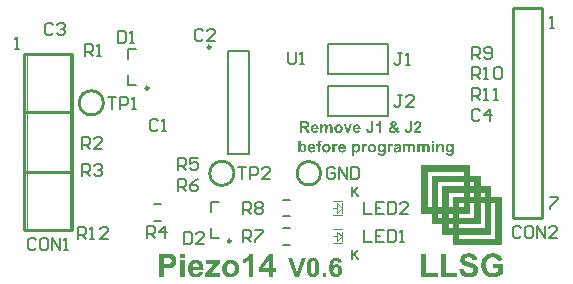
<source format=gto>
G04 Layer_Color=15132400*
%FSLAX25Y25*%
%MOIN*%
G70*
G01*
G75*
%ADD21C,0.01000*%
%ADD29C,0.00984*%
%ADD30C,0.00500*%
%ADD31C,0.00787*%
%ADD32C,0.00197*%
%ADD33C,0.00394*%
%ADD34C,0.00800*%
%ADD35C,0.00600*%
G36*
X259500Y112820D02*
X259620Y112810D01*
X259760Y112800D01*
X259910Y112780D01*
X260080Y112750D01*
X260430Y112670D01*
X260610Y112620D01*
X260790Y112560D01*
X260970Y112490D01*
X261140Y112400D01*
X261300Y112300D01*
X261440Y112190D01*
X261450Y112180D01*
X261470Y112160D01*
X261510Y112130D01*
X261560Y112080D01*
X261610Y112010D01*
X261670Y111940D01*
X261740Y111850D01*
X261810Y111740D01*
X261880Y111630D01*
X261950Y111500D01*
X262010Y111360D01*
X262070Y111210D01*
X262120Y111050D01*
X262170Y110880D01*
X262200Y110690D01*
X262210Y110500D01*
X260660Y110440D01*
Y110450D01*
Y110470D01*
X260650Y110500D01*
X260640Y110540D01*
X260610Y110640D01*
X260570Y110770D01*
X260510Y110910D01*
X260440Y111050D01*
X260340Y111180D01*
X260230Y111290D01*
X260210Y111300D01*
X260170Y111330D01*
X260090Y111370D01*
X259980Y111420D01*
X259850Y111470D01*
X259680Y111510D01*
X259480Y111540D01*
X259250Y111550D01*
X259140D01*
X259080Y111540D01*
X259020D01*
X258860Y111520D01*
X258690Y111480D01*
X258520Y111430D01*
X258340Y111360D01*
X258190Y111270D01*
X258180Y111260D01*
X258150Y111240D01*
X258110Y111200D01*
X258070Y111140D01*
X258030Y111070D01*
X257990Y110990D01*
X257960Y110900D01*
X257950Y110790D01*
Y110780D01*
Y110750D01*
X257960Y110690D01*
X257980Y110630D01*
X258010Y110560D01*
X258050Y110480D01*
X258100Y110400D01*
X258180Y110320D01*
X258190Y110310D01*
X258210Y110300D01*
X258240Y110280D01*
X258280Y110260D01*
X258330Y110230D01*
X258390Y110200D01*
X258470Y110170D01*
X258550Y110130D01*
X258650Y110090D01*
X258770Y110050D01*
X258900Y110000D01*
X259050Y109960D01*
X259210Y109910D01*
X259400Y109860D01*
X259600Y109810D01*
X259610D01*
X259650Y109800D01*
X259710Y109780D01*
X259790Y109760D01*
X259880Y109740D01*
X259990Y109710D01*
X260110Y109680D01*
X260230Y109640D01*
X260500Y109550D01*
X260780Y109460D01*
X261040Y109360D01*
X261160Y109300D01*
X261270Y109250D01*
X261280D01*
X261290Y109240D01*
X261320Y109220D01*
X261360Y109200D01*
X261460Y109130D01*
X261580Y109040D01*
X261720Y108930D01*
X261860Y108790D01*
X261990Y108640D01*
X262120Y108460D01*
Y108450D01*
X262130Y108440D01*
X262150Y108410D01*
X262170Y108370D01*
X262190Y108320D01*
X262220Y108270D01*
X262280Y108120D01*
X262330Y107950D01*
X262380Y107740D01*
X262420Y107500D01*
X262430Y107240D01*
Y107230D01*
Y107210D01*
Y107170D01*
X262420Y107130D01*
Y107070D01*
X262410Y107000D01*
X262380Y106830D01*
X262340Y106640D01*
X262270Y106430D01*
X262180Y106210D01*
X262060Y105990D01*
Y105980D01*
X262040Y105970D01*
X262020Y105940D01*
X261990Y105900D01*
X261910Y105800D01*
X261790Y105670D01*
X261640Y105530D01*
X261470Y105390D01*
X261260Y105260D01*
X261020Y105140D01*
X261010D01*
X260990Y105130D01*
X260950Y105110D01*
X260900Y105100D01*
X260830Y105080D01*
X260760Y105050D01*
X260660Y105030D01*
X260560Y105000D01*
X260440Y104970D01*
X260320Y104950D01*
X260180Y104930D01*
X260030Y104900D01*
X259710Y104870D01*
X259350Y104860D01*
X259210D01*
X259110Y104870D01*
X258990Y104880D01*
X258850Y104900D01*
X258690Y104920D01*
X258520Y104940D01*
X258160Y105020D01*
X257980Y105080D01*
X257790Y105140D01*
X257610Y105220D01*
X257430Y105310D01*
X257260Y105410D01*
X257110Y105530D01*
X257100Y105540D01*
X257080Y105560D01*
X257040Y105600D01*
X256990Y105660D01*
X256920Y105730D01*
X256860Y105810D01*
X256780Y105910D01*
X256700Y106030D01*
X256620Y106160D01*
X256540Y106300D01*
X256460Y106460D01*
X256390Y106640D01*
X256320Y106830D01*
X256260Y107040D01*
X256220Y107260D01*
X256180Y107490D01*
X257690Y107640D01*
Y107630D01*
X257700Y107610D01*
X257710Y107570D01*
X257720Y107520D01*
X257730Y107450D01*
X257750Y107380D01*
X257810Y107220D01*
X257880Y107030D01*
X257980Y106850D01*
X258100Y106670D01*
X258240Y106520D01*
X258260Y106510D01*
X258320Y106470D01*
X258410Y106410D01*
X258540Y106350D01*
X258700Y106280D01*
X258890Y106230D01*
X259110Y106190D01*
X259360Y106170D01*
X259430D01*
X259480Y106180D01*
X259550D01*
X259620Y106190D01*
X259780Y106210D01*
X259970Y106250D01*
X260150Y106300D01*
X260330Y106380D01*
X260490Y106480D01*
X260510Y106490D01*
X260550Y106540D01*
X260610Y106600D01*
X260690Y106690D01*
X260760Y106800D01*
X260820Y106930D01*
X260860Y107070D01*
X260880Y107220D01*
Y107230D01*
Y107270D01*
X260870Y107320D01*
X260860Y107380D01*
X260840Y107460D01*
X260810Y107540D01*
X260770Y107620D01*
X260720Y107690D01*
X260710Y107700D01*
X260690Y107720D01*
X260650Y107760D01*
X260590Y107800D01*
X260510Y107850D01*
X260420Y107910D01*
X260300Y107970D01*
X260160Y108020D01*
X260150Y108030D01*
X260100Y108040D01*
X260070Y108050D01*
X260020Y108060D01*
X259970Y108080D01*
X259900Y108100D01*
X259830Y108120D01*
X259740Y108150D01*
X259640Y108180D01*
X259520Y108210D01*
X259390Y108240D01*
X259250Y108280D01*
X259090Y108320D01*
X258920Y108360D01*
X258910D01*
X258870Y108370D01*
X258800Y108390D01*
X258720Y108420D01*
X258620Y108450D01*
X258500Y108480D01*
X258370Y108520D01*
X258230Y108570D01*
X257940Y108680D01*
X257650Y108810D01*
X257520Y108880D01*
X257390Y108960D01*
X257270Y109040D01*
X257170Y109120D01*
X257160Y109130D01*
X257140Y109150D01*
X257110Y109190D01*
X257060Y109230D01*
X257010Y109300D01*
X256950Y109370D01*
X256890Y109460D01*
X256820Y109560D01*
X256760Y109660D01*
X256690Y109780D01*
X256580Y110050D01*
X256530Y110190D01*
X256500Y110350D01*
X256480Y110510D01*
X256470Y110680D01*
Y110690D01*
Y110710D01*
Y110740D01*
X256480Y110780D01*
X256490Y110890D01*
X256510Y111030D01*
X256550Y111200D01*
X256610Y111380D01*
X256690Y111580D01*
X256800Y111770D01*
Y111780D01*
X256820Y111790D01*
X256860Y111860D01*
X256940Y111950D01*
X257040Y112060D01*
X257180Y112190D01*
X257340Y112320D01*
X257530Y112450D01*
X257750Y112560D01*
X257760D01*
X257780Y112570D01*
X257810Y112590D01*
X257860Y112600D01*
X257920Y112620D01*
X258000Y112650D01*
X258080Y112670D01*
X258180Y112700D01*
X258280Y112720D01*
X258400Y112740D01*
X258650Y112790D01*
X258940Y112820D01*
X259260Y112830D01*
X259400D01*
X259500Y112820D01*
D02*
G37*
G36*
X230135Y149345D02*
X230170D01*
X230215Y149335D01*
X230265Y149325D01*
X230325Y149310D01*
X230385Y149295D01*
X230450Y149270D01*
X230520Y149240D01*
X230590Y149200D01*
X230665Y149160D01*
X230735Y149105D01*
X230805Y149045D01*
X230875Y148975D01*
X230940Y148895D01*
Y149285D01*
X231630D01*
Y146780D01*
Y146775D01*
Y146760D01*
Y146735D01*
Y146700D01*
Y146660D01*
X231625Y146610D01*
X231620Y146505D01*
X231610Y146385D01*
X231595Y146265D01*
X231575Y146150D01*
X231560Y146100D01*
X231545Y146050D01*
Y146045D01*
X231540Y146040D01*
X231530Y146010D01*
X231510Y145965D01*
X231485Y145910D01*
X231455Y145850D01*
X231415Y145785D01*
X231370Y145720D01*
X231315Y145665D01*
X231310Y145660D01*
X231290Y145640D01*
X231255Y145615D01*
X231210Y145585D01*
X231155Y145550D01*
X231090Y145515D01*
X231010Y145480D01*
X230925Y145445D01*
X230920D01*
X230915Y145440D01*
X230900D01*
X230880Y145435D01*
X230855Y145425D01*
X230830Y145420D01*
X230755Y145405D01*
X230665Y145390D01*
X230560Y145380D01*
X230440Y145370D01*
X230305Y145365D01*
X230240D01*
X230190Y145370D01*
X230130Y145375D01*
X230065Y145380D01*
X229995Y145385D01*
X229915Y145395D01*
X229750Y145425D01*
X229585Y145470D01*
X229505Y145495D01*
X229430Y145530D01*
X229360Y145565D01*
X229300Y145610D01*
X229295Y145615D01*
X229285Y145620D01*
X229275Y145635D01*
X229255Y145655D01*
X229230Y145680D01*
X229205Y145705D01*
X229155Y145780D01*
X229100Y145870D01*
X229050Y145975D01*
X229030Y146035D01*
X229020Y146095D01*
X229010Y146160D01*
X229005Y146230D01*
Y146235D01*
Y146255D01*
Y146280D01*
X229010Y146315D01*
X229850Y146215D01*
Y146210D01*
X229855Y146190D01*
X229860Y146165D01*
X229870Y146135D01*
X229900Y146070D01*
X229920Y146035D01*
X229945Y146010D01*
X229950Y146005D01*
X229965Y146000D01*
X229990Y145985D01*
X230025Y145970D01*
X230070Y145955D01*
X230130Y145945D01*
X230195Y145935D01*
X230275Y145930D01*
X230325D01*
X230375Y145935D01*
X230440Y145940D01*
X230510Y145950D01*
X230580Y145970D01*
X230650Y145990D01*
X230710Y146020D01*
X230715Y146025D01*
X230725Y146030D01*
X230745Y146045D01*
X230765Y146065D01*
X230790Y146095D01*
X230815Y146125D01*
X230840Y146165D01*
X230860Y146210D01*
Y146215D01*
X230865Y146230D01*
X230870Y146250D01*
X230880Y146285D01*
X230885Y146330D01*
X230890Y146390D01*
X230895Y146460D01*
Y146545D01*
Y146955D01*
X230890Y146950D01*
X230880Y146935D01*
X230860Y146915D01*
X230835Y146885D01*
X230800Y146850D01*
X230765Y146810D01*
X230715Y146770D01*
X230665Y146730D01*
X230605Y146685D01*
X230545Y146645D01*
X230475Y146605D01*
X230400Y146570D01*
X230320Y146540D01*
X230235Y146520D01*
X230150Y146505D01*
X230055Y146500D01*
X230030D01*
X230000Y146505D01*
X229965Y146510D01*
X229915Y146515D01*
X229860Y146525D01*
X229800Y146540D01*
X229735Y146560D01*
X229665Y146585D01*
X229595Y146615D01*
X229520Y146655D01*
X229445Y146700D01*
X229375Y146755D01*
X229300Y146820D01*
X229235Y146890D01*
X229170Y146975D01*
X229165Y146980D01*
X229160Y146990D01*
X229145Y147015D01*
X229130Y147040D01*
X229110Y147080D01*
X229090Y147125D01*
X229065Y147175D01*
X229045Y147230D01*
X229020Y147295D01*
X228995Y147365D01*
X228975Y147445D01*
X228955Y147525D01*
X228940Y147615D01*
X228925Y147705D01*
X228920Y147805D01*
X228915Y147905D01*
Y147915D01*
Y147935D01*
Y147970D01*
X228920Y148020D01*
X228925Y148080D01*
X228935Y148145D01*
X228945Y148220D01*
X228955Y148300D01*
X228995Y148475D01*
X229025Y148565D01*
X229055Y148650D01*
X229095Y148740D01*
X229140Y148825D01*
X229190Y148900D01*
X229250Y148975D01*
X229255Y148980D01*
X229265Y148990D01*
X229285Y149010D01*
X229310Y149035D01*
X229345Y149060D01*
X229385Y149095D01*
X229430Y149130D01*
X229480Y149165D01*
X229540Y149200D01*
X229600Y149230D01*
X229670Y149265D01*
X229745Y149290D01*
X229820Y149315D01*
X229905Y149335D01*
X229995Y149345D01*
X230085Y149350D01*
X230110D01*
X230135Y149345D01*
D02*
G37*
G36*
X252810D02*
X252845D01*
X252890Y149335D01*
X252940Y149325D01*
X253000Y149310D01*
X253060Y149295D01*
X253125Y149270D01*
X253195Y149240D01*
X253265Y149200D01*
X253340Y149160D01*
X253410Y149105D01*
X253480Y149045D01*
X253550Y148975D01*
X253615Y148895D01*
Y149285D01*
X254305D01*
Y146780D01*
Y146775D01*
Y146760D01*
Y146735D01*
Y146700D01*
Y146660D01*
X254300Y146610D01*
X254295Y146505D01*
X254285Y146385D01*
X254270Y146265D01*
X254250Y146150D01*
X254235Y146100D01*
X254220Y146050D01*
Y146045D01*
X254215Y146040D01*
X254205Y146010D01*
X254185Y145965D01*
X254160Y145910D01*
X254130Y145850D01*
X254090Y145785D01*
X254045Y145720D01*
X253990Y145665D01*
X253985Y145660D01*
X253965Y145640D01*
X253930Y145615D01*
X253885Y145585D01*
X253830Y145550D01*
X253765Y145515D01*
X253685Y145480D01*
X253600Y145445D01*
X253595D01*
X253590Y145440D01*
X253575D01*
X253555Y145435D01*
X253530Y145425D01*
X253505Y145420D01*
X253430Y145405D01*
X253340Y145390D01*
X253235Y145380D01*
X253115Y145370D01*
X252980Y145365D01*
X252915D01*
X252865Y145370D01*
X252805Y145375D01*
X252740Y145380D01*
X252670Y145385D01*
X252590Y145395D01*
X252425Y145425D01*
X252260Y145470D01*
X252180Y145495D01*
X252105Y145530D01*
X252035Y145565D01*
X251975Y145610D01*
X251970Y145615D01*
X251960Y145620D01*
X251950Y145635D01*
X251930Y145655D01*
X251905Y145680D01*
X251880Y145705D01*
X251830Y145780D01*
X251775Y145870D01*
X251725Y145975D01*
X251705Y146035D01*
X251695Y146095D01*
X251685Y146160D01*
X251680Y146230D01*
Y146235D01*
Y146255D01*
Y146280D01*
X251685Y146315D01*
X252525Y146215D01*
Y146210D01*
X252530Y146190D01*
X252535Y146165D01*
X252545Y146135D01*
X252575Y146070D01*
X252595Y146035D01*
X252620Y146010D01*
X252625Y146005D01*
X252640Y146000D01*
X252665Y145985D01*
X252700Y145970D01*
X252745Y145955D01*
X252805Y145945D01*
X252870Y145935D01*
X252950Y145930D01*
X253000D01*
X253050Y145935D01*
X253115Y145940D01*
X253185Y145950D01*
X253255Y145970D01*
X253325Y145990D01*
X253385Y146020D01*
X253390Y146025D01*
X253400Y146030D01*
X253420Y146045D01*
X253440Y146065D01*
X253465Y146095D01*
X253490Y146125D01*
X253515Y146165D01*
X253535Y146210D01*
Y146215D01*
X253540Y146230D01*
X253545Y146250D01*
X253555Y146285D01*
X253560Y146330D01*
X253565Y146390D01*
X253570Y146460D01*
Y146545D01*
Y146955D01*
X253565Y146950D01*
X253555Y146935D01*
X253535Y146915D01*
X253510Y146885D01*
X253475Y146850D01*
X253440Y146810D01*
X253390Y146770D01*
X253340Y146730D01*
X253280Y146685D01*
X253220Y146645D01*
X253150Y146605D01*
X253075Y146570D01*
X252995Y146540D01*
X252910Y146520D01*
X252825Y146505D01*
X252730Y146500D01*
X252705D01*
X252675Y146505D01*
X252640Y146510D01*
X252590Y146515D01*
X252535Y146525D01*
X252475Y146540D01*
X252410Y146560D01*
X252340Y146585D01*
X252270Y146615D01*
X252195Y146655D01*
X252120Y146700D01*
X252050Y146755D01*
X251975Y146820D01*
X251910Y146890D01*
X251845Y146975D01*
X251840Y146980D01*
X251835Y146990D01*
X251820Y147015D01*
X251805Y147040D01*
X251785Y147080D01*
X251765Y147125D01*
X251740Y147175D01*
X251720Y147230D01*
X251695Y147295D01*
X251670Y147365D01*
X251650Y147445D01*
X251630Y147525D01*
X251615Y147615D01*
X251600Y147705D01*
X251595Y147805D01*
X251590Y147905D01*
Y147915D01*
Y147935D01*
Y147970D01*
X251595Y148020D01*
X251600Y148080D01*
X251610Y148145D01*
X251620Y148220D01*
X251630Y148300D01*
X251670Y148475D01*
X251700Y148565D01*
X251730Y148650D01*
X251770Y148740D01*
X251815Y148825D01*
X251865Y148900D01*
X251925Y148975D01*
X251930Y148980D01*
X251940Y148990D01*
X251960Y149010D01*
X251985Y149035D01*
X252020Y149060D01*
X252060Y149095D01*
X252105Y149130D01*
X252155Y149165D01*
X252215Y149200D01*
X252275Y149230D01*
X252345Y149265D01*
X252420Y149290D01*
X252495Y149315D01*
X252580Y149335D01*
X252670Y149345D01*
X252760Y149350D01*
X252785D01*
X252810Y149345D01*
D02*
G37*
G36*
X245050Y106300D02*
X248910D01*
Y105000D01*
X243500D01*
Y112630D01*
X245050D01*
Y106300D01*
D02*
G37*
G36*
X251610D02*
X255470D01*
Y105000D01*
X250060D01*
Y112630D01*
X251610D01*
Y106300D01*
D02*
G37*
G36*
X267520Y112820D02*
X267640Y112810D01*
X267770Y112800D01*
X267930Y112780D01*
X268100Y112750D01*
X268450Y112680D01*
X268640Y112630D01*
X268820Y112570D01*
X269010Y112500D01*
X269180Y112420D01*
X269350Y112330D01*
X269510Y112220D01*
X269520Y112210D01*
X269550Y112190D01*
X269590Y112160D01*
X269640Y112110D01*
X269710Y112050D01*
X269780Y111980D01*
X269860Y111890D01*
X269950Y111790D01*
X270030Y111680D01*
X270120Y111550D01*
X270210Y111420D01*
X270300Y111270D01*
X270370Y111110D01*
X270450Y110940D01*
X270510Y110760D01*
X270560Y110570D01*
X269020Y110280D01*
Y110290D01*
X269010Y110310D01*
X269000Y110330D01*
X268990Y110370D01*
X268940Y110470D01*
X268880Y110600D01*
X268790Y110740D01*
X268690Y110890D01*
X268560Y111040D01*
X268400Y111170D01*
X268380Y111180D01*
X268320Y111220D01*
X268230Y111270D01*
X268100Y111340D01*
X267930Y111400D01*
X267740Y111450D01*
X267520Y111490D01*
X267280Y111500D01*
X267180D01*
X267110Y111490D01*
X267030Y111480D01*
X266930Y111470D01*
X266820Y111450D01*
X266700Y111420D01*
X266440Y111340D01*
X266310Y111290D01*
X266180Y111230D01*
X266040Y111150D01*
X265910Y111060D01*
X265790Y110960D01*
X265670Y110850D01*
X265660Y110840D01*
X265640Y110820D01*
X265610Y110780D01*
X265580Y110730D01*
X265530Y110660D01*
X265480Y110580D01*
X265430Y110480D01*
X265370Y110370D01*
X265310Y110240D01*
X265260Y110100D01*
X265210Y109940D01*
X265160Y109770D01*
X265130Y109580D01*
X265100Y109380D01*
X265080Y109160D01*
X265070Y108930D01*
Y108910D01*
Y108870D01*
Y108800D01*
X265080Y108710D01*
X265090Y108590D01*
X265100Y108460D01*
X265120Y108320D01*
X265150Y108160D01*
X265220Y107830D01*
X265270Y107650D01*
X265320Y107480D01*
X265390Y107320D01*
X265470Y107160D01*
X265560Y107010D01*
X265670Y106870D01*
X265680Y106860D01*
X265700Y106840D01*
X265730Y106810D01*
X265780Y106760D01*
X265840Y106710D01*
X265920Y106660D01*
X266000Y106590D01*
X266100Y106530D01*
X266210Y106470D01*
X266330Y106410D01*
X266460Y106350D01*
X266600Y106300D01*
X266760Y106250D01*
X266920Y106220D01*
X267090Y106200D01*
X267270Y106190D01*
X267350D01*
X267450Y106200D01*
X267570Y106210D01*
X267720Y106240D01*
X267880Y106270D01*
X268060Y106320D01*
X268240Y106380D01*
X268250D01*
X268260Y106390D01*
X268320Y106410D01*
X268410Y106450D01*
X268530Y106510D01*
X268660Y106580D01*
X268810Y106650D01*
X268950Y106740D01*
X269090Y106840D01*
Y107820D01*
X267310D01*
Y109120D01*
X270660D01*
Y106050D01*
X270650Y106040D01*
X270640Y106030D01*
X270610Y106000D01*
X270570Y105970D01*
X270520Y105930D01*
X270460Y105880D01*
X270380Y105830D01*
X270300Y105770D01*
X270200Y105710D01*
X270100Y105640D01*
X269980Y105570D01*
X269850Y105500D01*
X269720Y105430D01*
X269570Y105360D01*
X269410Y105290D01*
X269240Y105220D01*
X269230D01*
X269200Y105200D01*
X269150Y105190D01*
X269080Y105160D01*
X269000Y105140D01*
X268900Y105110D01*
X268790Y105070D01*
X268660Y105040D01*
X268530Y105010D01*
X268380Y104970D01*
X268060Y104920D01*
X267720Y104880D01*
X267370Y104860D01*
X267250D01*
X267170Y104870D01*
X267060Y104880D01*
X266940Y104890D01*
X266800Y104900D01*
X266650Y104920D01*
X266490Y104950D01*
X266320Y104980D01*
X265970Y105070D01*
X265790Y105130D01*
X265610Y105200D01*
X265430Y105270D01*
X265260Y105360D01*
X265250Y105370D01*
X265220Y105380D01*
X265180Y105410D01*
X265110Y105450D01*
X265040Y105510D01*
X264950Y105570D01*
X264860Y105650D01*
X264760Y105730D01*
X264650Y105830D01*
X264540Y105940D01*
X264430Y106060D01*
X264320Y106190D01*
X264210Y106330D01*
X264110Y106480D01*
X264010Y106640D01*
X263920Y106810D01*
Y106820D01*
X263900Y106850D01*
X263880Y106910D01*
X263850Y106980D01*
X263820Y107060D01*
X263780Y107170D01*
X263740Y107290D01*
X263700Y107420D01*
X263650Y107570D01*
X263610Y107730D01*
X263570Y107900D01*
X263540Y108080D01*
X263490Y108460D01*
X263480Y108660D01*
X263470Y108870D01*
Y108880D01*
Y108920D01*
Y108990D01*
X263480Y109070D01*
X263490Y109180D01*
X263500Y109300D01*
X263510Y109440D01*
X263530Y109590D01*
X263560Y109750D01*
X263590Y109920D01*
X263680Y110280D01*
X263740Y110460D01*
X263810Y110640D01*
X263880Y110820D01*
X263970Y111000D01*
X263980Y111010D01*
X263990Y111040D01*
X264020Y111090D01*
X264060Y111160D01*
X264120Y111230D01*
X264180Y111320D01*
X264250Y111420D01*
X264340Y111530D01*
X264440Y111650D01*
X264550Y111760D01*
X264670Y111880D01*
X264800Y112000D01*
X264940Y112120D01*
X265100Y112230D01*
X265260Y112340D01*
X265440Y112440D01*
X265450D01*
X265470Y112460D01*
X265520Y112480D01*
X265570Y112500D01*
X265650Y112530D01*
X265730Y112560D01*
X265830Y112600D01*
X265950Y112640D01*
X266080Y112670D01*
X266210Y112710D01*
X266370Y112740D01*
X266530Y112770D01*
X266700Y112790D01*
X266890Y112810D01*
X267280Y112830D01*
X267420D01*
X267520Y112820D01*
D02*
G37*
G36*
X203235Y148960D02*
X203240Y148965D01*
X203250Y148975D01*
X203270Y148995D01*
X203295Y149020D01*
X203330Y149050D01*
X203365Y149085D01*
X203410Y149120D01*
X203465Y149155D01*
X203520Y149190D01*
X203580Y149225D01*
X203720Y149290D01*
X203795Y149315D01*
X203870Y149335D01*
X203955Y149345D01*
X204040Y149350D01*
X204090D01*
X204125Y149345D01*
X204170Y149340D01*
X204220Y149330D01*
X204275Y149320D01*
X204335Y149305D01*
X204400Y149285D01*
X204470Y149260D01*
X204540Y149230D01*
X204610Y149195D01*
X204685Y149150D01*
X204755Y149100D01*
X204820Y149045D01*
X204885Y148980D01*
X204890Y148975D01*
X204900Y148965D01*
X204915Y148940D01*
X204940Y148910D01*
X204965Y148875D01*
X204990Y148825D01*
X205020Y148770D01*
X205055Y148710D01*
X205085Y148640D01*
X205115Y148560D01*
X205140Y148470D01*
X205170Y148375D01*
X205190Y148275D01*
X205205Y148165D01*
X205215Y148045D01*
X205220Y147920D01*
Y147910D01*
Y147890D01*
Y147850D01*
X205215Y147800D01*
X205210Y147745D01*
X205200Y147675D01*
X205190Y147595D01*
X205180Y147515D01*
X205135Y147335D01*
X205110Y147245D01*
X205075Y147155D01*
X205040Y147065D01*
X204990Y146980D01*
X204940Y146895D01*
X204880Y146820D01*
X204875Y146815D01*
X204865Y146805D01*
X204845Y146785D01*
X204820Y146760D01*
X204785Y146730D01*
X204745Y146700D01*
X204700Y146665D01*
X204650Y146630D01*
X204590Y146590D01*
X204530Y146555D01*
X204460Y146525D01*
X204390Y146495D01*
X204310Y146470D01*
X204230Y146450D01*
X204145Y146440D01*
X204055Y146435D01*
X204015D01*
X203965Y146440D01*
X203905Y146450D01*
X203835Y146465D01*
X203755Y146485D01*
X203670Y146515D01*
X203580Y146555D01*
X203570Y146560D01*
X203540Y146580D01*
X203500Y146605D01*
X203445Y146645D01*
X203385Y146695D01*
X203315Y146755D01*
X203250Y146825D01*
X203185Y146905D01*
Y146500D01*
X202500D01*
Y150345D01*
X203235D01*
Y148960D01*
D02*
G37*
G36*
X227120Y149345D02*
X227165D01*
X227220Y149335D01*
X227280Y149330D01*
X227350Y149315D01*
X227430Y149300D01*
X227510Y149275D01*
X227595Y149250D01*
X227680Y149215D01*
X227765Y149175D01*
X227855Y149130D01*
X227940Y149070D01*
X228020Y149010D01*
X228100Y148935D01*
X228105Y148930D01*
X228120Y148915D01*
X228140Y148895D01*
X228165Y148860D01*
X228195Y148820D01*
X228230Y148770D01*
X228265Y148715D01*
X228305Y148650D01*
X228340Y148580D01*
X228375Y148500D01*
X228410Y148415D01*
X228440Y148325D01*
X228470Y148230D01*
X228490Y148125D01*
X228500Y148015D01*
X228505Y147900D01*
Y147895D01*
Y147870D01*
X228500Y147840D01*
Y147795D01*
X228495Y147740D01*
X228485Y147675D01*
X228470Y147605D01*
X228455Y147530D01*
X228430Y147450D01*
X228405Y147365D01*
X228370Y147280D01*
X228330Y147190D01*
X228285Y147100D01*
X228230Y147015D01*
X228165Y146930D01*
X228095Y146850D01*
X228090Y146845D01*
X228075Y146830D01*
X228055Y146810D01*
X228020Y146785D01*
X227980Y146755D01*
X227935Y146720D01*
X227875Y146680D01*
X227815Y146645D01*
X227740Y146605D01*
X227665Y146565D01*
X227580Y146530D01*
X227490Y146500D01*
X227395Y146475D01*
X227290Y146455D01*
X227185Y146440D01*
X227070Y146435D01*
X227030D01*
X227005Y146440D01*
X226970D01*
X226930Y146445D01*
X226885Y146450D01*
X226835Y146455D01*
X226720Y146475D01*
X226600Y146505D01*
X226465Y146550D01*
X226335Y146605D01*
X226330D01*
X226320Y146615D01*
X226300Y146625D01*
X226280Y146640D01*
X226250Y146655D01*
X226215Y146680D01*
X226140Y146735D01*
X226055Y146805D01*
X225970Y146895D01*
X225885Y146995D01*
X225810Y147115D01*
Y147120D01*
X225800Y147130D01*
X225795Y147150D01*
X225780Y147175D01*
X225770Y147210D01*
X225755Y147245D01*
X225735Y147290D01*
X225720Y147345D01*
X225705Y147400D01*
X225685Y147460D01*
X225670Y147530D01*
X225660Y147600D01*
X225640Y147755D01*
X225630Y147930D01*
Y147935D01*
Y147945D01*
Y147965D01*
X225635Y147995D01*
Y148025D01*
X225640Y148065D01*
X225645Y148110D01*
X225655Y148155D01*
X225675Y148265D01*
X225705Y148385D01*
X225750Y148510D01*
X225810Y148640D01*
Y148645D01*
X225820Y148655D01*
X225830Y148675D01*
X225845Y148695D01*
X225860Y148725D01*
X225885Y148760D01*
X225940Y148835D01*
X226015Y148920D01*
X226100Y149005D01*
X226205Y149090D01*
X226320Y149165D01*
X226325D01*
X226335Y149175D01*
X226355Y149180D01*
X226380Y149195D01*
X226410Y149210D01*
X226450Y149225D01*
X226490Y149240D01*
X226540Y149260D01*
X226650Y149290D01*
X226775Y149320D01*
X226910Y149340D01*
X227060Y149350D01*
X227090D01*
X227120Y149345D01*
D02*
G37*
G36*
X235655D02*
X235705D01*
X235755Y149340D01*
X235815Y149335D01*
X235930Y149320D01*
X236055Y149300D01*
X236170Y149270D01*
X236220Y149250D01*
X236270Y149230D01*
X236275D01*
X236280Y149225D01*
X236310Y149210D01*
X236350Y149185D01*
X236405Y149150D01*
X236460Y149110D01*
X236515Y149055D01*
X236565Y149000D01*
X236610Y148935D01*
X236615Y148925D01*
X236625Y148900D01*
X236635Y148880D01*
X236640Y148855D01*
X236650Y148820D01*
X236660Y148785D01*
X236670Y148745D01*
X236680Y148695D01*
X236685Y148640D01*
X236695Y148580D01*
X236700Y148515D01*
X236705Y148440D01*
X236710Y148360D01*
Y148275D01*
X236700Y147415D01*
Y147410D01*
Y147400D01*
Y147380D01*
Y147355D01*
Y147325D01*
Y147290D01*
X236705Y147210D01*
X236710Y147120D01*
X236715Y147030D01*
X236725Y146945D01*
X236735Y146870D01*
Y146860D01*
X236740Y146840D01*
X236750Y146805D01*
X236765Y146760D01*
X236785Y146705D01*
X236805Y146640D01*
X236835Y146570D01*
X236870Y146500D01*
X236140D01*
Y146505D01*
X236135Y146515D01*
X236130Y146530D01*
X236120Y146555D01*
X236110Y146585D01*
X236095Y146620D01*
X236080Y146665D01*
X236065Y146715D01*
Y146720D01*
Y146725D01*
X236055Y146750D01*
X236050Y146780D01*
X236040Y146800D01*
X236030Y146790D01*
X236005Y146770D01*
X235970Y146735D01*
X235920Y146695D01*
X235860Y146650D01*
X235790Y146605D01*
X235715Y146565D01*
X235635Y146525D01*
X235625Y146520D01*
X235600Y146510D01*
X235555Y146495D01*
X235500Y146480D01*
X235430Y146465D01*
X235355Y146450D01*
X235270Y146440D01*
X235180Y146435D01*
X235140D01*
X235110Y146440D01*
X235075D01*
X235030Y146445D01*
X234935Y146465D01*
X234825Y146490D01*
X234710Y146530D01*
X234600Y146590D01*
X234550Y146625D01*
X234500Y146665D01*
X234495Y146670D01*
X234490Y146675D01*
X234480Y146690D01*
X234460Y146705D01*
X234425Y146760D01*
X234380Y146825D01*
X234335Y146910D01*
X234295Y147015D01*
X234265Y147130D01*
X234260Y147190D01*
X234255Y147255D01*
Y147260D01*
Y147265D01*
Y147295D01*
X234260Y147340D01*
X234270Y147395D01*
X234280Y147460D01*
X234300Y147530D01*
X234330Y147605D01*
X234365Y147675D01*
X234370Y147685D01*
X234385Y147705D01*
X234410Y147740D01*
X234450Y147780D01*
X234495Y147825D01*
X234545Y147870D01*
X234610Y147915D01*
X234680Y147955D01*
X234690Y147960D01*
X234720Y147970D01*
X234765Y147990D01*
X234830Y148015D01*
X234915Y148040D01*
X235015Y148070D01*
X235130Y148100D01*
X235265Y148125D01*
X235270D01*
X235290Y148130D01*
X235315Y148135D01*
X235350Y148140D01*
X235390Y148150D01*
X235440Y148160D01*
X235550Y148185D01*
X235670Y148215D01*
X235790Y148245D01*
X235845Y148260D01*
X235895Y148280D01*
X235945Y148295D01*
X235985Y148310D01*
Y148380D01*
Y148385D01*
Y148390D01*
Y148415D01*
X235980Y148455D01*
X235970Y148500D01*
X235960Y148555D01*
X235940Y148605D01*
X235910Y148650D01*
X235875Y148690D01*
X235870Y148695D01*
X235855Y148705D01*
X235825Y148720D01*
X235785Y148740D01*
X235735Y148755D01*
X235665Y148770D01*
X235580Y148780D01*
X235480Y148785D01*
X235445D01*
X235410Y148780D01*
X235365Y148775D01*
X235315Y148765D01*
X235265Y148750D01*
X235215Y148730D01*
X235170Y148705D01*
X235165Y148700D01*
X235150Y148690D01*
X235130Y148670D01*
X235105Y148640D01*
X235080Y148605D01*
X235050Y148555D01*
X235020Y148500D01*
X234995Y148430D01*
X234330Y148550D01*
Y148555D01*
X234335Y148570D01*
X234340Y148590D01*
X234350Y148615D01*
X234365Y148650D01*
X234380Y148690D01*
X234420Y148775D01*
X234470Y148875D01*
X234540Y148975D01*
X234620Y149070D01*
X234715Y149150D01*
X234720D01*
X234730Y149160D01*
X234745Y149170D01*
X234765Y149180D01*
X234795Y149195D01*
X234830Y149215D01*
X234875Y149230D01*
X234920Y149250D01*
X234975Y149270D01*
X235035Y149285D01*
X235105Y149305D01*
X235175Y149320D01*
X235255Y149330D01*
X235345Y149340D01*
X235435Y149350D01*
X235615D01*
X235655Y149345D01*
D02*
G37*
G36*
X247720Y146500D02*
X246985D01*
Y149285D01*
X247720D01*
Y146500D01*
D02*
G37*
G36*
X206930Y149345D02*
X206975D01*
X207025Y149335D01*
X207085Y149330D01*
X207150Y149315D01*
X207225Y149300D01*
X207300Y149275D01*
X207380Y149250D01*
X207465Y149215D01*
X207545Y149175D01*
X207625Y149130D01*
X207705Y149070D01*
X207780Y149010D01*
X207850Y148935D01*
X207855Y148930D01*
X207865Y148915D01*
X207885Y148890D01*
X207905Y148860D01*
X207935Y148815D01*
X207965Y148760D01*
X207995Y148700D01*
X208030Y148625D01*
X208060Y148540D01*
X208095Y148450D01*
X208120Y148345D01*
X208150Y148235D01*
X208170Y148110D01*
X208185Y147975D01*
X208195Y147835D01*
Y147680D01*
X206350D01*
Y147675D01*
Y147665D01*
Y147650D01*
X206355Y147625D01*
X206360Y147565D01*
X206375Y147490D01*
X206395Y147410D01*
X206425Y147325D01*
X206470Y147240D01*
X206525Y147165D01*
X206535Y147155D01*
X206555Y147135D01*
X206590Y147110D01*
X206640Y147075D01*
X206705Y147040D01*
X206775Y147015D01*
X206860Y146995D01*
X206950Y146985D01*
X206980D01*
X207010Y146990D01*
X207050Y146995D01*
X207095Y147005D01*
X207140Y147025D01*
X207190Y147045D01*
X207235Y147075D01*
X207240Y147080D01*
X207255Y147095D01*
X207275Y147115D01*
X207305Y147150D01*
X207335Y147195D01*
X207365Y147245D01*
X207395Y147310D01*
X207420Y147385D01*
X208155Y147260D01*
Y147255D01*
X208150Y147240D01*
X208140Y147220D01*
X208130Y147195D01*
X208110Y147160D01*
X208095Y147120D01*
X208045Y147030D01*
X207980Y146930D01*
X207905Y146830D01*
X207810Y146730D01*
X207705Y146645D01*
X207700D01*
X207690Y146635D01*
X207675Y146625D01*
X207650Y146610D01*
X207620Y146595D01*
X207585Y146580D01*
X207545Y146560D01*
X207495Y146540D01*
X207440Y146520D01*
X207385Y146500D01*
X207255Y146470D01*
X207105Y146445D01*
X206940Y146435D01*
X206910D01*
X206870Y146440D01*
X206820Y146445D01*
X206760Y146450D01*
X206695Y146460D01*
X206615Y146475D01*
X206535Y146495D01*
X206450Y146520D01*
X206360Y146550D01*
X206270Y146590D01*
X206185Y146635D01*
X206095Y146690D01*
X206015Y146755D01*
X205940Y146825D01*
X205870Y146910D01*
X205865Y146915D01*
X205860Y146930D01*
X205845Y146950D01*
X205825Y146980D01*
X205805Y147015D01*
X205785Y147060D01*
X205760Y147115D01*
X205735Y147175D01*
X205705Y147240D01*
X205680Y147310D01*
X205660Y147390D01*
X205640Y147475D01*
X205620Y147565D01*
X205605Y147660D01*
X205600Y147765D01*
X205595Y147870D01*
Y147880D01*
Y147900D01*
X205600Y147935D01*
Y147985D01*
X205605Y148040D01*
X205615Y148110D01*
X205625Y148185D01*
X205640Y148265D01*
X205660Y148350D01*
X205685Y148440D01*
X205710Y148530D01*
X205745Y148620D01*
X205790Y148710D01*
X205835Y148795D01*
X205890Y148880D01*
X205955Y148955D01*
X205960Y148960D01*
X205970Y148970D01*
X205990Y148990D01*
X206020Y149015D01*
X206055Y149045D01*
X206100Y149080D01*
X206150Y149115D01*
X206205Y149155D01*
X206270Y149190D01*
X206335Y149225D01*
X206410Y149260D01*
X206495Y149290D01*
X206580Y149315D01*
X206670Y149335D01*
X206770Y149345D01*
X206870Y149350D01*
X206900D01*
X206930Y149345D01*
D02*
G37*
G36*
X211905D02*
X211950D01*
X212005Y149335D01*
X212065Y149330D01*
X212135Y149315D01*
X212215Y149300D01*
X212295Y149275D01*
X212380Y149250D01*
X212465Y149215D01*
X212550Y149175D01*
X212640Y149130D01*
X212725Y149070D01*
X212805Y149010D01*
X212885Y148935D01*
X212890Y148930D01*
X212905Y148915D01*
X212925Y148895D01*
X212950Y148860D01*
X212980Y148820D01*
X213015Y148770D01*
X213050Y148715D01*
X213090Y148650D01*
X213125Y148580D01*
X213160Y148500D01*
X213195Y148415D01*
X213225Y148325D01*
X213255Y148230D01*
X213275Y148125D01*
X213285Y148015D01*
X213290Y147900D01*
Y147895D01*
Y147870D01*
X213285Y147840D01*
Y147795D01*
X213280Y147740D01*
X213270Y147675D01*
X213255Y147605D01*
X213240Y147530D01*
X213215Y147450D01*
X213190Y147365D01*
X213155Y147280D01*
X213115Y147190D01*
X213070Y147100D01*
X213015Y147015D01*
X212950Y146930D01*
X212880Y146850D01*
X212875Y146845D01*
X212860Y146830D01*
X212840Y146810D01*
X212805Y146785D01*
X212765Y146755D01*
X212720Y146720D01*
X212660Y146680D01*
X212600Y146645D01*
X212525Y146605D01*
X212450Y146565D01*
X212365Y146530D01*
X212275Y146500D01*
X212180Y146475D01*
X212075Y146455D01*
X211970Y146440D01*
X211855Y146435D01*
X211815D01*
X211790Y146440D01*
X211755D01*
X211715Y146445D01*
X211670Y146450D01*
X211620Y146455D01*
X211505Y146475D01*
X211385Y146505D01*
X211250Y146550D01*
X211120Y146605D01*
X211115D01*
X211105Y146615D01*
X211085Y146625D01*
X211065Y146640D01*
X211035Y146655D01*
X211000Y146680D01*
X210925Y146735D01*
X210840Y146805D01*
X210755Y146895D01*
X210670Y146995D01*
X210595Y147115D01*
Y147120D01*
X210585Y147130D01*
X210580Y147150D01*
X210565Y147175D01*
X210555Y147210D01*
X210540Y147245D01*
X210520Y147290D01*
X210505Y147345D01*
X210490Y147400D01*
X210470Y147460D01*
X210455Y147530D01*
X210445Y147600D01*
X210425Y147755D01*
X210415Y147930D01*
Y147935D01*
Y147945D01*
Y147965D01*
X210420Y147995D01*
Y148025D01*
X210425Y148065D01*
X210430Y148110D01*
X210440Y148155D01*
X210460Y148265D01*
X210490Y148385D01*
X210535Y148510D01*
X210595Y148640D01*
Y148645D01*
X210605Y148655D01*
X210615Y148675D01*
X210630Y148695D01*
X210645Y148725D01*
X210670Y148760D01*
X210725Y148835D01*
X210800Y148920D01*
X210885Y149005D01*
X210990Y149090D01*
X211105Y149165D01*
X211110D01*
X211120Y149175D01*
X211140Y149180D01*
X211165Y149195D01*
X211195Y149210D01*
X211235Y149225D01*
X211275Y149240D01*
X211325Y149260D01*
X211435Y149290D01*
X211560Y149320D01*
X211695Y149340D01*
X211845Y149350D01*
X211875D01*
X211905Y149345D01*
D02*
G37*
G36*
X217075D02*
X217120D01*
X217170Y149335D01*
X217230Y149330D01*
X217295Y149315D01*
X217370Y149300D01*
X217445Y149275D01*
X217525Y149250D01*
X217610Y149215D01*
X217690Y149175D01*
X217770Y149130D01*
X217850Y149070D01*
X217925Y149010D01*
X217995Y148935D01*
X218000Y148930D01*
X218010Y148915D01*
X218030Y148890D01*
X218050Y148860D01*
X218080Y148815D01*
X218110Y148760D01*
X218140Y148700D01*
X218175Y148625D01*
X218205Y148540D01*
X218240Y148450D01*
X218265Y148345D01*
X218295Y148235D01*
X218315Y148110D01*
X218330Y147975D01*
X218340Y147835D01*
Y147680D01*
X216495D01*
Y147675D01*
Y147665D01*
Y147650D01*
X216500Y147625D01*
X216505Y147565D01*
X216520Y147490D01*
X216540Y147410D01*
X216570Y147325D01*
X216615Y147240D01*
X216670Y147165D01*
X216680Y147155D01*
X216700Y147135D01*
X216735Y147110D01*
X216785Y147075D01*
X216850Y147040D01*
X216920Y147015D01*
X217005Y146995D01*
X217095Y146985D01*
X217125D01*
X217155Y146990D01*
X217195Y146995D01*
X217240Y147005D01*
X217285Y147025D01*
X217335Y147045D01*
X217380Y147075D01*
X217385Y147080D01*
X217400Y147095D01*
X217420Y147115D01*
X217450Y147150D01*
X217480Y147195D01*
X217510Y147245D01*
X217540Y147310D01*
X217565Y147385D01*
X218300Y147260D01*
Y147255D01*
X218295Y147240D01*
X218285Y147220D01*
X218275Y147195D01*
X218255Y147160D01*
X218240Y147120D01*
X218190Y147030D01*
X218125Y146930D01*
X218050Y146830D01*
X217955Y146730D01*
X217850Y146645D01*
X217845D01*
X217835Y146635D01*
X217820Y146625D01*
X217795Y146610D01*
X217765Y146595D01*
X217730Y146580D01*
X217690Y146560D01*
X217640Y146540D01*
X217585Y146520D01*
X217530Y146500D01*
X217400Y146470D01*
X217250Y146445D01*
X217085Y146435D01*
X217055D01*
X217015Y146440D01*
X216965Y146445D01*
X216905Y146450D01*
X216840Y146460D01*
X216760Y146475D01*
X216680Y146495D01*
X216595Y146520D01*
X216505Y146550D01*
X216415Y146590D01*
X216330Y146635D01*
X216240Y146690D01*
X216160Y146755D01*
X216085Y146825D01*
X216015Y146910D01*
X216010Y146915D01*
X216005Y146930D01*
X215990Y146950D01*
X215970Y146980D01*
X215950Y147015D01*
X215930Y147060D01*
X215905Y147115D01*
X215880Y147175D01*
X215850Y147240D01*
X215825Y147310D01*
X215805Y147390D01*
X215785Y147475D01*
X215765Y147565D01*
X215750Y147660D01*
X215745Y147765D01*
X215740Y147870D01*
Y147880D01*
Y147900D01*
X215745Y147935D01*
Y147985D01*
X215750Y148040D01*
X215760Y148110D01*
X215770Y148185D01*
X215785Y148265D01*
X215805Y148350D01*
X215830Y148440D01*
X215855Y148530D01*
X215890Y148620D01*
X215935Y148710D01*
X215980Y148795D01*
X216035Y148880D01*
X216100Y148955D01*
X216105Y148960D01*
X216115Y148970D01*
X216135Y148990D01*
X216165Y149015D01*
X216200Y149045D01*
X216245Y149080D01*
X216295Y149115D01*
X216350Y149155D01*
X216415Y149190D01*
X216480Y149225D01*
X216555Y149260D01*
X216640Y149290D01*
X216725Y149315D01*
X216815Y149335D01*
X216915Y149345D01*
X217015Y149350D01*
X217045D01*
X217075Y149345D01*
D02*
G37*
G36*
X164610Y105000D02*
X163140D01*
Y110570D01*
X164610D01*
Y105000D01*
D02*
G37*
G36*
X176310Y109530D02*
X174180Y107080D01*
X173430Y106270D01*
X173490D01*
X173530Y106280D01*
X173630D01*
X173750Y106290D01*
X173880D01*
X174010Y106300D01*
X176470D01*
Y105000D01*
X171500D01*
Y106170D01*
X173580Y108550D01*
X173590Y108560D01*
X173600Y108580D01*
X173630Y108610D01*
X173670Y108640D01*
X173760Y108750D01*
X173870Y108870D01*
X174000Y109010D01*
X174120Y109150D01*
X174250Y109270D01*
X174350Y109380D01*
X174300D01*
X174250Y109370D01*
X174070D01*
X173950Y109360D01*
X173670D01*
X171700Y109350D01*
Y110570D01*
X176310D01*
Y109530D01*
D02*
G37*
G36*
X187470Y105000D02*
X186000D01*
Y110550D01*
X185990Y110540D01*
X185960Y110520D01*
X185920Y110480D01*
X185860Y110430D01*
X185780Y110370D01*
X185690Y110290D01*
X185580Y110220D01*
X185460Y110130D01*
X185330Y110040D01*
X185180Y109950D01*
X185020Y109860D01*
X184860Y109770D01*
X184490Y109590D01*
X184100Y109440D01*
Y110780D01*
X184110D01*
X184130Y110790D01*
X184160Y110800D01*
X184200Y110820D01*
X184250Y110840D01*
X184320Y110870D01*
X184470Y110940D01*
X184650Y111030D01*
X184860Y111160D01*
X185090Y111310D01*
X185340Y111490D01*
X185350Y111500D01*
X185370Y111510D01*
X185400Y111540D01*
X185450Y111580D01*
X185510Y111630D01*
X185570Y111700D01*
X185710Y111840D01*
X185870Y112030D01*
X186020Y112240D01*
X186160Y112470D01*
X186220Y112600D01*
X186270Y112730D01*
X187470D01*
Y105000D01*
D02*
G37*
G36*
X168360Y110690D02*
X168450D01*
X168550Y110670D01*
X168670Y110660D01*
X168800Y110630D01*
X168950Y110600D01*
X169100Y110550D01*
X169260Y110500D01*
X169430Y110430D01*
X169590Y110350D01*
X169750Y110260D01*
X169910Y110140D01*
X170060Y110020D01*
X170200Y109870D01*
X170210Y109860D01*
X170230Y109830D01*
X170270Y109780D01*
X170310Y109720D01*
X170370Y109630D01*
X170430Y109520D01*
X170490Y109400D01*
X170560Y109250D01*
X170620Y109080D01*
X170690Y108900D01*
X170740Y108690D01*
X170800Y108470D01*
X170840Y108220D01*
X170870Y107950D01*
X170890Y107670D01*
Y107360D01*
X167200D01*
Y107350D01*
Y107330D01*
Y107300D01*
X167210Y107250D01*
X167220Y107130D01*
X167250Y106980D01*
X167290Y106820D01*
X167350Y106650D01*
X167440Y106480D01*
X167550Y106330D01*
X167570Y106310D01*
X167610Y106270D01*
X167680Y106220D01*
X167780Y106150D01*
X167910Y106080D01*
X168050Y106030D01*
X168220Y105990D01*
X168400Y105970D01*
X168460D01*
X168520Y105980D01*
X168600Y105990D01*
X168690Y106010D01*
X168780Y106050D01*
X168880Y106090D01*
X168970Y106150D01*
X168980Y106160D01*
X169010Y106190D01*
X169050Y106230D01*
X169110Y106300D01*
X169170Y106390D01*
X169230Y106490D01*
X169290Y106620D01*
X169340Y106770D01*
X170810Y106520D01*
Y106510D01*
X170800Y106480D01*
X170780Y106440D01*
X170760Y106390D01*
X170720Y106320D01*
X170690Y106240D01*
X170590Y106060D01*
X170460Y105860D01*
X170310Y105660D01*
X170120Y105460D01*
X169910Y105290D01*
X169900D01*
X169880Y105270D01*
X169850Y105250D01*
X169800Y105220D01*
X169740Y105190D01*
X169670Y105160D01*
X169590Y105120D01*
X169490Y105080D01*
X169380Y105040D01*
X169270Y105000D01*
X169010Y104940D01*
X168710Y104890D01*
X168380Y104870D01*
X168320D01*
X168240Y104880D01*
X168140Y104890D01*
X168020Y104900D01*
X167890Y104920D01*
X167730Y104950D01*
X167570Y104990D01*
X167400Y105040D01*
X167220Y105100D01*
X167040Y105180D01*
X166870Y105270D01*
X166690Y105380D01*
X166530Y105510D01*
X166380Y105650D01*
X166240Y105820D01*
X166230Y105830D01*
X166220Y105860D01*
X166190Y105900D01*
X166150Y105960D01*
X166110Y106030D01*
X166070Y106120D01*
X166020Y106230D01*
X165970Y106350D01*
X165910Y106480D01*
X165860Y106620D01*
X165820Y106780D01*
X165780Y106950D01*
X165740Y107130D01*
X165710Y107320D01*
X165700Y107530D01*
X165690Y107740D01*
Y107760D01*
Y107800D01*
X165700Y107870D01*
Y107970D01*
X165710Y108080D01*
X165730Y108220D01*
X165750Y108370D01*
X165780Y108530D01*
X165820Y108700D01*
X165870Y108880D01*
X165920Y109060D01*
X165990Y109240D01*
X166080Y109420D01*
X166170Y109590D01*
X166280Y109760D01*
X166410Y109910D01*
X166420Y109920D01*
X166440Y109940D01*
X166480Y109980D01*
X166540Y110030D01*
X166610Y110090D01*
X166700Y110160D01*
X166800Y110230D01*
X166910Y110310D01*
X167040Y110380D01*
X167170Y110450D01*
X167320Y110520D01*
X167490Y110580D01*
X167660Y110630D01*
X167840Y110670D01*
X168040Y110690D01*
X168240Y110700D01*
X168300D01*
X168360Y110690D01*
D02*
G37*
G36*
X180100D02*
X180190D01*
X180300Y110670D01*
X180420Y110660D01*
X180560Y110630D01*
X180720Y110600D01*
X180880Y110550D01*
X181050Y110500D01*
X181220Y110430D01*
X181390Y110350D01*
X181570Y110260D01*
X181740Y110140D01*
X181900Y110020D01*
X182060Y109870D01*
X182070Y109860D01*
X182100Y109830D01*
X182140Y109790D01*
X182190Y109720D01*
X182250Y109640D01*
X182320Y109540D01*
X182390Y109430D01*
X182470Y109300D01*
X182540Y109160D01*
X182610Y109000D01*
X182680Y108830D01*
X182740Y108650D01*
X182800Y108460D01*
X182840Y108250D01*
X182860Y108030D01*
X182870Y107800D01*
Y107790D01*
Y107740D01*
X182860Y107680D01*
Y107590D01*
X182850Y107480D01*
X182830Y107350D01*
X182800Y107210D01*
X182770Y107060D01*
X182720Y106900D01*
X182670Y106730D01*
X182600Y106560D01*
X182520Y106380D01*
X182430Y106200D01*
X182320Y106030D01*
X182190Y105860D01*
X182050Y105700D01*
X182040Y105690D01*
X182010Y105660D01*
X181970Y105620D01*
X181900Y105570D01*
X181820Y105510D01*
X181730Y105440D01*
X181610Y105360D01*
X181490Y105290D01*
X181340Y105210D01*
X181190Y105130D01*
X181020Y105060D01*
X180840Y105000D01*
X180650Y104950D01*
X180440Y104910D01*
X180230Y104880D01*
X180000Y104870D01*
X179920D01*
X179870Y104880D01*
X179800D01*
X179720Y104890D01*
X179630Y104900D01*
X179530Y104910D01*
X179300Y104950D01*
X179060Y105010D01*
X178790Y105100D01*
X178530Y105210D01*
X178520D01*
X178500Y105230D01*
X178460Y105250D01*
X178420Y105280D01*
X178360Y105310D01*
X178290Y105360D01*
X178140Y105470D01*
X177970Y105610D01*
X177800Y105790D01*
X177630Y105990D01*
X177480Y106230D01*
Y106240D01*
X177460Y106260D01*
X177450Y106300D01*
X177420Y106350D01*
X177400Y106420D01*
X177370Y106490D01*
X177330Y106580D01*
X177300Y106690D01*
X177270Y106800D01*
X177230Y106920D01*
X177200Y107060D01*
X177180Y107200D01*
X177140Y107510D01*
X177120Y107860D01*
Y107870D01*
Y107890D01*
Y107930D01*
X177130Y107990D01*
Y108050D01*
X177140Y108130D01*
X177150Y108220D01*
X177170Y108310D01*
X177210Y108530D01*
X177270Y108770D01*
X177360Y109020D01*
X177480Y109280D01*
Y109290D01*
X177500Y109310D01*
X177520Y109350D01*
X177550Y109390D01*
X177580Y109450D01*
X177630Y109520D01*
X177740Y109670D01*
X177890Y109840D01*
X178060Y110010D01*
X178270Y110180D01*
X178500Y110330D01*
X178510D01*
X178530Y110350D01*
X178570Y110360D01*
X178620Y110390D01*
X178680Y110420D01*
X178760Y110450D01*
X178840Y110480D01*
X178940Y110520D01*
X179160Y110580D01*
X179410Y110640D01*
X179680Y110680D01*
X179980Y110700D01*
X180040D01*
X180100Y110690D01*
D02*
G37*
G36*
X158950Y112680D02*
X159240D01*
X159560Y112660D01*
X159860Y112640D01*
X160000Y112630D01*
X160130Y112610D01*
X160240Y112590D01*
X160330Y112570D01*
X160340D01*
X160360Y112560D01*
X160390Y112550D01*
X160440Y112530D01*
X160490Y112510D01*
X160560Y112490D01*
X160710Y112410D01*
X160880Y112310D01*
X161070Y112180D01*
X161250Y112020D01*
X161430Y111820D01*
X161440Y111810D01*
X161450Y111790D01*
X161470Y111760D01*
X161500Y111720D01*
X161530Y111660D01*
X161570Y111590D01*
X161610Y111510D01*
X161660Y111420D01*
X161700Y111310D01*
X161740Y111200D01*
X161780Y111080D01*
X161810Y110940D01*
X161860Y110650D01*
X161880Y110490D01*
Y110320D01*
Y110310D01*
Y110290D01*
Y110250D01*
Y110200D01*
X161870Y110140D01*
Y110070D01*
X161850Y109910D01*
X161820Y109720D01*
X161770Y109520D01*
X161710Y109320D01*
X161620Y109130D01*
Y109120D01*
X161610Y109110D01*
X161570Y109050D01*
X161520Y108960D01*
X161440Y108860D01*
X161340Y108730D01*
X161230Y108610D01*
X161100Y108480D01*
X160960Y108370D01*
X160940Y108360D01*
X160890Y108330D01*
X160820Y108280D01*
X160710Y108220D01*
X160590Y108160D01*
X160460Y108100D01*
X160310Y108050D01*
X160160Y108010D01*
X160130D01*
X160100Y108000D01*
X160060Y107990D01*
X160000Y107980D01*
X159930D01*
X159850Y107970D01*
X159750Y107960D01*
X159650Y107950D01*
X159530Y107940D01*
X159400Y107930D01*
X159250Y107920D01*
X159100Y107910D01*
X158930D01*
X158750Y107900D01*
X157550D01*
Y105000D01*
X156000D01*
Y112690D01*
X158820D01*
X158950Y112680D01*
D02*
G37*
G36*
X193990Y107840D02*
X194940D01*
Y106550D01*
X193990D01*
Y105000D01*
X192560D01*
Y106550D01*
X189420D01*
Y107830D01*
X192740Y112720D01*
X193990D01*
Y107840D01*
D02*
G37*
G36*
X202665Y105000D02*
X201282D01*
X199000Y111406D01*
X200399D01*
X202015Y106666D01*
X203590Y111406D01*
X204964D01*
X202665Y105000D01*
D02*
G37*
G36*
X215260Y111431D02*
X215318D01*
X215393Y111414D01*
X215477Y111406D01*
X215560Y111389D01*
X215752Y111339D01*
X215951Y111264D01*
X216052Y111214D01*
X216151Y111164D01*
X216251Y111098D01*
X216343Y111023D01*
X216351Y111014D01*
X216368Y111006D01*
X216385Y110981D01*
X216418Y110948D01*
X216460Y110906D01*
X216501Y110856D01*
X216551Y110789D01*
X216601Y110723D01*
X216651Y110639D01*
X216710Y110556D01*
X216760Y110456D01*
X216810Y110348D01*
X216851Y110240D01*
X216893Y110115D01*
X216934Y109981D01*
X216960Y109840D01*
X215768Y109715D01*
Y109723D01*
Y109731D01*
X215760Y109773D01*
X215743Y109840D01*
X215718Y109915D01*
X215693Y110006D01*
X215652Y110090D01*
X215602Y110173D01*
X215535Y110248D01*
X215527Y110256D01*
X215502Y110273D01*
X215460Y110306D01*
X215410Y110339D01*
X215335Y110364D01*
X215260Y110398D01*
X215168Y110415D01*
X215060Y110423D01*
X215044D01*
X214994Y110415D01*
X214927Y110406D01*
X214835Y110381D01*
X214735Y110339D01*
X214619Y110273D01*
X214510Y110190D01*
X214402Y110073D01*
X214394Y110056D01*
X214377Y110031D01*
X214360Y109998D01*
X214335Y109956D01*
X214311Y109906D01*
X214286Y109840D01*
X214261Y109756D01*
X214236Y109665D01*
X214202Y109565D01*
X214177Y109448D01*
X214152Y109307D01*
X214127Y109165D01*
X214102Y108998D01*
X214086Y108815D01*
X214069Y108615D01*
X214077Y108624D01*
X214094Y108640D01*
X214119Y108665D01*
X214152Y108698D01*
X214194Y108740D01*
X214252Y108790D01*
X214311Y108840D01*
X214386Y108890D01*
X214552Y108990D01*
X214744Y109082D01*
X214852Y109115D01*
X214969Y109140D01*
X215085Y109157D01*
X215210Y109165D01*
X215285D01*
X215335Y109157D01*
X215402Y109148D01*
X215485Y109132D01*
X215568Y109115D01*
X215660Y109090D01*
X215760Y109057D01*
X215868Y109023D01*
X215977Y108973D01*
X216093Y108915D01*
X216201Y108849D01*
X216310Y108765D01*
X216418Y108682D01*
X216526Y108574D01*
X216535Y108565D01*
X216551Y108549D01*
X216576Y108515D01*
X216610Y108465D01*
X216651Y108407D01*
X216701Y108340D01*
X216751Y108257D01*
X216801Y108165D01*
X216851Y108065D01*
X216901Y107949D01*
X216951Y107824D01*
X216993Y107691D01*
X217026Y107541D01*
X217051Y107391D01*
X217068Y107232D01*
X217076Y107057D01*
Y107049D01*
Y107016D01*
Y106966D01*
X217068Y106891D01*
X217059Y106808D01*
X217043Y106716D01*
X217026Y106608D01*
X217001Y106491D01*
X216976Y106366D01*
X216934Y106241D01*
X216884Y106108D01*
X216834Y105975D01*
X216760Y105841D01*
X216685Y105716D01*
X216593Y105591D01*
X216493Y105475D01*
X216485Y105466D01*
X216468Y105450D01*
X216435Y105417D01*
X216393Y105383D01*
X216335Y105341D01*
X216268Y105292D01*
X216185Y105233D01*
X216093Y105183D01*
X215993Y105125D01*
X215877Y105067D01*
X215760Y105017D01*
X215627Y104975D01*
X215485Y104942D01*
X215343Y104908D01*
X215185Y104892D01*
X215019Y104883D01*
X214977D01*
X214927Y104892D01*
X214860D01*
X214777Y104908D01*
X214677Y104925D01*
X214569Y104950D01*
X214452Y104975D01*
X214327Y105017D01*
X214202Y105067D01*
X214069Y105125D01*
X213936Y105200D01*
X213802Y105283D01*
X213669Y105383D01*
X213544Y105500D01*
X213419Y105633D01*
X213411Y105641D01*
X213394Y105666D01*
X213361Y105716D01*
X213319Y105775D01*
X213278Y105858D01*
X213228Y105966D01*
X213169Y106083D01*
X213111Y106225D01*
X213053Y106391D01*
X212994Y106574D01*
X212944Y106774D01*
X212903Y106999D01*
X212861Y107241D01*
X212828Y107507D01*
X212811Y107799D01*
X212803Y108107D01*
Y108115D01*
Y108124D01*
Y108149D01*
Y108182D01*
Y108224D01*
X212811Y108274D01*
Y108399D01*
X212820Y108540D01*
X212836Y108707D01*
X212861Y108890D01*
X212886Y109090D01*
X212919Y109298D01*
X212961Y109506D01*
X213011Y109715D01*
X213078Y109931D01*
X213153Y110131D01*
X213236Y110323D01*
X213336Y110498D01*
X213453Y110656D01*
X213461Y110664D01*
X213486Y110689D01*
X213519Y110731D01*
X213569Y110781D01*
X213636Y110839D01*
X213711Y110906D01*
X213802Y110973D01*
X213911Y111048D01*
X214019Y111123D01*
X214152Y111189D01*
X214286Y111256D01*
X214436Y111314D01*
X214594Y111364D01*
X214769Y111406D01*
X214944Y111431D01*
X215135Y111439D01*
X215210D01*
X215260Y111431D01*
D02*
G37*
G36*
X259768Y138768D02*
X263268D01*
Y135268D01*
X266768D01*
Y131768D01*
X270268D01*
Y115500D01*
X254000D01*
Y119000D01*
X250500D01*
Y122500D01*
X247000D01*
Y126000D01*
X243500D01*
Y142268D01*
X259768D01*
Y138768D01*
D02*
G37*
G36*
X164610Y111330D02*
X163140D01*
Y112690D01*
X164610D01*
Y111330D01*
D02*
G37*
G36*
X207572Y111431D02*
X207646Y111422D01*
X207738Y111406D01*
X207838Y111381D01*
X207946Y111356D01*
X208063Y111322D01*
X208180Y111281D01*
X208305Y111223D01*
X208421Y111156D01*
X208538Y111081D01*
X208654Y110989D01*
X208771Y110889D01*
X208871Y110773D01*
X208879Y110764D01*
X208896Y110739D01*
X208929Y110689D01*
X208971Y110623D01*
X209013Y110531D01*
X209071Y110423D01*
X209129Y110298D01*
X209188Y110148D01*
X209246Y109981D01*
X209296Y109790D01*
X209354Y109573D01*
X209396Y109332D01*
X209437Y109073D01*
X209471Y108790D01*
X209488Y108490D01*
X209496Y108157D01*
Y108149D01*
Y108140D01*
Y108115D01*
Y108074D01*
Y108032D01*
Y107982D01*
X209488Y107857D01*
X209479Y107707D01*
X209462Y107541D01*
X209446Y107349D01*
X209421Y107149D01*
X209387Y106933D01*
X209337Y106716D01*
X209288Y106499D01*
X209229Y106283D01*
X209154Y106075D01*
X209071Y105875D01*
X208971Y105691D01*
X208863Y105533D01*
X208854Y105525D01*
X208838Y105508D01*
X208813Y105475D01*
X208771Y105433D01*
X208713Y105383D01*
X208654Y105325D01*
X208571Y105267D01*
X208488Y105208D01*
X208388Y105150D01*
X208280Y105092D01*
X208163Y105033D01*
X208030Y104983D01*
X207896Y104942D01*
X207747Y104908D01*
X207580Y104892D01*
X207413Y104883D01*
X207372D01*
X207322Y104892D01*
X207255D01*
X207180Y104908D01*
X207088Y104925D01*
X206989Y104942D01*
X206872Y104975D01*
X206755Y105008D01*
X206639Y105058D01*
X206514Y105117D01*
X206380Y105183D01*
X206255Y105267D01*
X206139Y105367D01*
X206014Y105475D01*
X205906Y105600D01*
X205897Y105608D01*
X205881Y105633D01*
X205856Y105675D01*
X205814Y105741D01*
X205772Y105825D01*
X205731Y105925D01*
X205672Y106050D01*
X205622Y106191D01*
X205572Y106358D01*
X205522Y106541D01*
X205472Y106749D01*
X205431Y106983D01*
X205389Y107241D01*
X205364Y107524D01*
X205347Y107832D01*
X205339Y108165D01*
Y108174D01*
Y108190D01*
Y108207D01*
Y108249D01*
Y108290D01*
X205347Y108340D01*
Y108465D01*
X205356Y108615D01*
X205372Y108782D01*
X205389Y108973D01*
X205414Y109173D01*
X205447Y109382D01*
X205489Y109598D01*
X205539Y109823D01*
X205606Y110031D01*
X205672Y110240D01*
X205756Y110440D01*
X205856Y110623D01*
X205964Y110781D01*
X205972Y110789D01*
X205989Y110806D01*
X206014Y110839D01*
X206055Y110881D01*
X206114Y110931D01*
X206181Y110989D01*
X206255Y111048D01*
X206339Y111114D01*
X206439Y111172D01*
X206547Y111231D01*
X206664Y111289D01*
X206797Y111339D01*
X206930Y111381D01*
X207080Y111414D01*
X207247Y111431D01*
X207413Y111439D01*
X207505D01*
X207572Y111431D01*
D02*
G37*
G36*
X211803Y105000D02*
X210579D01*
Y106225D01*
X211803D01*
Y105000D01*
D02*
G37*
G36*
X247720Y149665D02*
X246985D01*
Y150345D01*
X247720D01*
Y149665D01*
D02*
G37*
G36*
X209825Y150410D02*
X209855D01*
X209935Y150405D01*
X210030Y150390D01*
X210135Y150375D01*
X210245Y150350D01*
X210360Y150320D01*
X210265Y149805D01*
X210255D01*
X210235Y149810D01*
X210200Y149820D01*
X210155Y149830D01*
X210100Y149835D01*
X210045Y149845D01*
X209920Y149850D01*
X209895D01*
X209865Y149845D01*
X209830Y149840D01*
X209795Y149830D01*
X209755Y149815D01*
X209720Y149795D01*
X209690Y149770D01*
X209685Y149765D01*
X209680Y149755D01*
X209670Y149735D01*
X209655Y149705D01*
X209640Y149665D01*
X209630Y149615D01*
X209625Y149555D01*
X209620Y149480D01*
Y149285D01*
X210170D01*
Y148705D01*
X209620D01*
Y146500D01*
X208885D01*
Y148705D01*
X208475D01*
Y149285D01*
X208885D01*
Y149495D01*
Y149500D01*
Y149510D01*
Y149530D01*
Y149555D01*
Y149580D01*
X208890Y149615D01*
X208895Y149690D01*
X208900Y149775D01*
X208915Y149865D01*
X208930Y149945D01*
X208955Y150020D01*
X208960Y150030D01*
X208970Y150050D01*
X208990Y150080D01*
X209020Y150120D01*
X209055Y150165D01*
X209105Y150215D01*
X209160Y150260D01*
X209230Y150305D01*
X209240Y150310D01*
X209265Y150320D01*
X209310Y150340D01*
X209370Y150360D01*
X209445Y150380D01*
X209530Y150400D01*
X209630Y150410D01*
X209740Y150415D01*
X209795D01*
X209825Y150410D01*
D02*
G37*
G36*
X234315Y156910D02*
X234360Y156905D01*
X234405Y156900D01*
X234460Y156895D01*
X234520Y156885D01*
X234640Y156855D01*
X234770Y156810D01*
X234835Y156780D01*
X234895Y156745D01*
X234955Y156705D01*
X235010Y156660D01*
X235015Y156655D01*
X235020Y156650D01*
X235035Y156635D01*
X235055Y156615D01*
X235075Y156590D01*
X235100Y156560D01*
X235155Y156485D01*
X235205Y156395D01*
X235250Y156290D01*
X235270Y156230D01*
X235285Y156170D01*
X235290Y156105D01*
X235295Y156035D01*
Y156025D01*
Y155995D01*
X235290Y155950D01*
X235280Y155895D01*
X235260Y155825D01*
X235235Y155755D01*
X235200Y155675D01*
X235155Y155595D01*
X235150Y155585D01*
X235125Y155560D01*
X235090Y155515D01*
X235035Y155455D01*
X234995Y155425D01*
X234955Y155385D01*
X234910Y155350D01*
X234860Y155305D01*
X234805Y155260D01*
X234740Y155215D01*
X234670Y155170D01*
X234595Y155120D01*
X235125Y154410D01*
X235130Y154420D01*
X235140Y154440D01*
X235160Y154475D01*
X235180Y154525D01*
X235205Y154590D01*
X235235Y154665D01*
X235265Y154750D01*
X235290Y154845D01*
X235960Y154695D01*
Y154690D01*
X235955Y154680D01*
X235950Y154660D01*
X235945Y154635D01*
X235935Y154610D01*
X235925Y154575D01*
X235900Y154495D01*
X235875Y154410D01*
X235845Y154325D01*
X235815Y154245D01*
X235785Y154175D01*
X235780Y154170D01*
X235770Y154150D01*
X235755Y154120D01*
X235740Y154080D01*
X235715Y154040D01*
X235690Y153995D01*
X235630Y153905D01*
X235635Y153900D01*
X235650Y153885D01*
X235680Y153860D01*
X235715Y153830D01*
X235760Y153790D01*
X235815Y153745D01*
X235875Y153695D01*
X235945Y153645D01*
X235955Y153640D01*
X235980Y153625D01*
X236015Y153600D01*
X236055Y153570D01*
X236155Y153510D01*
X236200Y153485D01*
X236240Y153465D01*
X235790Y152900D01*
X235785D01*
X235775Y152905D01*
X235760Y152915D01*
X235735Y152930D01*
X235705Y152945D01*
X235670Y152965D01*
X235585Y153015D01*
X235490Y153075D01*
X235385Y153150D01*
X235270Y153240D01*
X235155Y153340D01*
X235145Y153330D01*
X235115Y153305D01*
X235070Y153265D01*
X235005Y153220D01*
X234935Y153170D01*
X234850Y153115D01*
X234760Y153065D01*
X234660Y153025D01*
X234655D01*
X234650Y153020D01*
X234635Y153015D01*
X234615Y153010D01*
X234590Y153005D01*
X234560Y152995D01*
X234485Y152980D01*
X234395Y152960D01*
X234285Y152945D01*
X234165Y152935D01*
X234035Y152930D01*
X234005D01*
X233965Y152935D01*
X233920D01*
X233860Y152940D01*
X233790Y152950D01*
X233715Y152965D01*
X233635Y152980D01*
X233545Y153000D01*
X233460Y153030D01*
X233370Y153060D01*
X233280Y153100D01*
X233195Y153145D01*
X233110Y153200D01*
X233030Y153260D01*
X232960Y153330D01*
X232955Y153335D01*
X232950Y153345D01*
X232935Y153360D01*
X232915Y153385D01*
X232895Y153415D01*
X232870Y153450D01*
X232845Y153490D01*
X232820Y153540D01*
X232770Y153645D01*
X232725Y153765D01*
X232690Y153905D01*
X232685Y153975D01*
X232680Y154050D01*
Y154055D01*
Y154065D01*
Y154085D01*
X232685Y154115D01*
Y154145D01*
X232690Y154185D01*
X232710Y154270D01*
X232735Y154375D01*
X232775Y154485D01*
X232830Y154600D01*
X232860Y154660D01*
X232900Y154715D01*
X232905Y154720D01*
X232910Y154730D01*
X232925Y154745D01*
X232940Y154765D01*
X232965Y154790D01*
X232995Y154820D01*
X233025Y154855D01*
X233065Y154890D01*
X233110Y154930D01*
X233155Y154975D01*
X233210Y155015D01*
X233270Y155060D01*
X233335Y155105D01*
X233400Y155145D01*
X233475Y155190D01*
X233555Y155230D01*
Y155235D01*
X233545Y155240D01*
X233525Y155270D01*
X233490Y155315D01*
X233445Y155375D01*
X233395Y155440D01*
X233350Y155515D01*
X233300Y155595D01*
X233260Y155675D01*
Y155680D01*
X233255Y155685D01*
X233245Y155710D01*
X233230Y155755D01*
X233210Y155805D01*
X233190Y155865D01*
X233175Y155935D01*
X233165Y156005D01*
X233160Y156075D01*
Y156080D01*
Y156090D01*
Y156110D01*
X233165Y156135D01*
X233170Y156165D01*
X233175Y156200D01*
X233195Y156280D01*
X233225Y156375D01*
X233275Y156475D01*
X233310Y156525D01*
X233345Y156575D01*
X233385Y156625D01*
X233435Y156670D01*
X233440Y156675D01*
X233450Y156680D01*
X233465Y156695D01*
X233485Y156710D01*
X233515Y156725D01*
X233550Y156750D01*
X233595Y156770D01*
X233640Y156795D01*
X233695Y156815D01*
X233755Y156840D01*
X233820Y156860D01*
X233890Y156875D01*
X233970Y156895D01*
X234050Y156905D01*
X234140Y156910D01*
X234235Y156915D01*
X234285D01*
X234315Y156910D01*
D02*
G37*
G36*
X233740Y149345D02*
X233800Y149335D01*
X233875Y149315D01*
X233960Y149290D01*
X234045Y149255D01*
X234135Y149210D01*
X233905Y148565D01*
X233895Y148570D01*
X233875Y148585D01*
X233840Y148605D01*
X233795Y148630D01*
X233740Y148650D01*
X233680Y148670D01*
X233620Y148685D01*
X233560Y148690D01*
X233535D01*
X233505Y148685D01*
X233465Y148680D01*
X233425Y148670D01*
X233380Y148650D01*
X233335Y148630D01*
X233290Y148600D01*
X233285Y148595D01*
X233275Y148585D01*
X233255Y148560D01*
X233230Y148530D01*
X233205Y148485D01*
X233175Y148435D01*
X233150Y148370D01*
X233125Y148290D01*
Y148280D01*
X233120Y148265D01*
X233115Y148245D01*
X233110Y148215D01*
X233105Y148185D01*
X233100Y148140D01*
X233095Y148090D01*
X233090Y148035D01*
X233085Y147965D01*
X233080Y147890D01*
X233075Y147805D01*
X233070Y147710D01*
Y147605D01*
X233065Y147490D01*
Y147360D01*
Y146500D01*
X232330D01*
Y149285D01*
X233015D01*
Y148890D01*
X233025Y148895D01*
X233030Y148910D01*
X233045Y148930D01*
X233080Y148980D01*
X233120Y149035D01*
X233170Y149100D01*
X233220Y149160D01*
X233275Y149215D01*
X233330Y149255D01*
X233335Y149260D01*
X233355Y149270D01*
X233385Y149285D01*
X233420Y149305D01*
X233470Y149320D01*
X233520Y149335D01*
X233580Y149345D01*
X233645Y149350D01*
X233690D01*
X233740Y149345D01*
D02*
G37*
G36*
X240665D02*
X240735Y149335D01*
X240815Y149320D01*
X240900Y149295D01*
X240990Y149265D01*
X241070Y149225D01*
X241075D01*
X241080Y149220D01*
X241105Y149200D01*
X241145Y149175D01*
X241190Y149130D01*
X241245Y149080D01*
X241295Y149015D01*
X241345Y148940D01*
X241390Y148855D01*
X241395Y148845D01*
X241405Y148820D01*
X241415Y148780D01*
X241430Y148720D01*
X241445Y148640D01*
X241460Y148540D01*
X241465Y148480D01*
Y148420D01*
X241470Y148355D01*
Y148280D01*
Y146500D01*
X240735D01*
Y148090D01*
Y148095D01*
Y148110D01*
Y148130D01*
Y148155D01*
Y148190D01*
X240730Y148230D01*
X240725Y148315D01*
X240715Y148405D01*
X240700Y148490D01*
X240680Y148570D01*
X240670Y148600D01*
X240655Y148625D01*
X240650Y148630D01*
X240635Y148650D01*
X240610Y148675D01*
X240580Y148705D01*
X240535Y148735D01*
X240480Y148760D01*
X240415Y148780D01*
X240340Y148785D01*
X240315D01*
X240285Y148780D01*
X240245Y148775D01*
X240200Y148760D01*
X240150Y148745D01*
X240100Y148720D01*
X240050Y148690D01*
X240045Y148685D01*
X240030Y148670D01*
X240005Y148650D01*
X239975Y148620D01*
X239945Y148580D01*
X239910Y148530D01*
X239880Y148475D01*
X239855Y148410D01*
Y148400D01*
X239845Y148375D01*
X239835Y148330D01*
X239825Y148270D01*
X239815Y148190D01*
X239805Y148090D01*
X239800Y147975D01*
X239795Y147905D01*
Y147835D01*
Y146500D01*
X239060D01*
Y148025D01*
Y148030D01*
Y148045D01*
Y148065D01*
Y148090D01*
Y148125D01*
Y148160D01*
X239055Y148240D01*
X239050Y148330D01*
X239045Y148415D01*
X239035Y148490D01*
X239025Y148520D01*
X239020Y148545D01*
Y148550D01*
X239015Y148565D01*
X239005Y148585D01*
X238990Y148615D01*
X238950Y148670D01*
X238925Y148700D01*
X238895Y148725D01*
X238890Y148730D01*
X238880Y148735D01*
X238860Y148745D01*
X238840Y148755D01*
X238805Y148765D01*
X238770Y148775D01*
X238725Y148785D01*
X238645D01*
X238615Y148780D01*
X238575Y148775D01*
X238525Y148760D01*
X238475Y148745D01*
X238420Y148720D01*
X238365Y148690D01*
X238360Y148685D01*
X238345Y148675D01*
X238320Y148650D01*
X238290Y148625D01*
X238260Y148585D01*
X238225Y148540D01*
X238195Y148485D01*
X238170Y148425D01*
Y148415D01*
X238160Y148390D01*
X238155Y148350D01*
X238145Y148290D01*
X238135Y148210D01*
X238130Y148165D01*
X238125Y148110D01*
X238120Y148055D01*
Y147990D01*
X238115Y147925D01*
Y147850D01*
Y146500D01*
X237380D01*
Y149285D01*
X238060D01*
Y148900D01*
X238065Y148905D01*
X238075Y148920D01*
X238095Y148940D01*
X238125Y148970D01*
X238160Y149005D01*
X238200Y149045D01*
X238250Y149085D01*
X238305Y149125D01*
X238365Y149165D01*
X238430Y149210D01*
X238500Y149245D01*
X238575Y149280D01*
X238655Y149310D01*
X238740Y149330D01*
X238830Y149345D01*
X238920Y149350D01*
X238965D01*
X239015Y149345D01*
X239080Y149335D01*
X239150Y149320D01*
X239230Y149300D01*
X239310Y149275D01*
X239385Y149235D01*
X239395Y149230D01*
X239420Y149215D01*
X239455Y149190D01*
X239500Y149155D01*
X239550Y149105D01*
X239600Y149050D01*
X239655Y148985D01*
X239705Y148905D01*
Y148910D01*
X239715Y148915D01*
X239735Y148940D01*
X239775Y148980D01*
X239825Y149030D01*
X239885Y149080D01*
X239950Y149135D01*
X240025Y149190D01*
X240100Y149235D01*
X240105D01*
X240110Y149240D01*
X240140Y149255D01*
X240180Y149270D01*
X240240Y149295D01*
X240305Y149315D01*
X240385Y149330D01*
X240465Y149345D01*
X240555Y149350D01*
X240605D01*
X240665Y149345D01*
D02*
G37*
G36*
X245440D02*
X245510Y149335D01*
X245590Y149320D01*
X245675Y149295D01*
X245765Y149265D01*
X245845Y149225D01*
X245850D01*
X245855Y149220D01*
X245880Y149200D01*
X245920Y149175D01*
X245965Y149130D01*
X246020Y149080D01*
X246070Y149015D01*
X246120Y148940D01*
X246165Y148855D01*
X246170Y148845D01*
X246180Y148820D01*
X246190Y148780D01*
X246205Y148720D01*
X246220Y148640D01*
X246235Y148540D01*
X246240Y148480D01*
Y148420D01*
X246245Y148355D01*
Y148280D01*
Y146500D01*
X245510D01*
Y148090D01*
Y148095D01*
Y148110D01*
Y148130D01*
Y148155D01*
Y148190D01*
X245505Y148230D01*
X245500Y148315D01*
X245490Y148405D01*
X245475Y148490D01*
X245455Y148570D01*
X245445Y148600D01*
X245430Y148625D01*
X245425Y148630D01*
X245410Y148650D01*
X245385Y148675D01*
X245355Y148705D01*
X245310Y148735D01*
X245255Y148760D01*
X245190Y148780D01*
X245115Y148785D01*
X245090D01*
X245060Y148780D01*
X245020Y148775D01*
X244975Y148760D01*
X244925Y148745D01*
X244875Y148720D01*
X244825Y148690D01*
X244820Y148685D01*
X244805Y148670D01*
X244780Y148650D01*
X244750Y148620D01*
X244720Y148580D01*
X244685Y148530D01*
X244655Y148475D01*
X244630Y148410D01*
Y148400D01*
X244620Y148375D01*
X244610Y148330D01*
X244600Y148270D01*
X244590Y148190D01*
X244580Y148090D01*
X244575Y147975D01*
X244570Y147905D01*
Y147835D01*
Y146500D01*
X243835D01*
Y148025D01*
Y148030D01*
Y148045D01*
Y148065D01*
Y148090D01*
Y148125D01*
Y148160D01*
X243830Y148240D01*
X243825Y148330D01*
X243820Y148415D01*
X243810Y148490D01*
X243800Y148520D01*
X243795Y148545D01*
Y148550D01*
X243790Y148565D01*
X243780Y148585D01*
X243765Y148615D01*
X243725Y148670D01*
X243700Y148700D01*
X243670Y148725D01*
X243665Y148730D01*
X243655Y148735D01*
X243635Y148745D01*
X243615Y148755D01*
X243580Y148765D01*
X243545Y148775D01*
X243500Y148785D01*
X243420D01*
X243390Y148780D01*
X243350Y148775D01*
X243300Y148760D01*
X243250Y148745D01*
X243195Y148720D01*
X243140Y148690D01*
X243135Y148685D01*
X243120Y148675D01*
X243095Y148650D01*
X243065Y148625D01*
X243035Y148585D01*
X243000Y148540D01*
X242970Y148485D01*
X242945Y148425D01*
Y148415D01*
X242935Y148390D01*
X242930Y148350D01*
X242920Y148290D01*
X242910Y148210D01*
X242905Y148165D01*
X242900Y148110D01*
X242895Y148055D01*
Y147990D01*
X242890Y147925D01*
Y147850D01*
Y146500D01*
X242155D01*
Y149285D01*
X242835D01*
Y148900D01*
X242840Y148905D01*
X242850Y148920D01*
X242870Y148940D01*
X242900Y148970D01*
X242935Y149005D01*
X242975Y149045D01*
X243025Y149085D01*
X243080Y149125D01*
X243140Y149165D01*
X243205Y149210D01*
X243275Y149245D01*
X243350Y149280D01*
X243430Y149310D01*
X243515Y149330D01*
X243605Y149345D01*
X243695Y149350D01*
X243740D01*
X243790Y149345D01*
X243855Y149335D01*
X243925Y149320D01*
X244005Y149300D01*
X244085Y149275D01*
X244160Y149235D01*
X244170Y149230D01*
X244195Y149215D01*
X244230Y149190D01*
X244275Y149155D01*
X244325Y149105D01*
X244375Y149050D01*
X244430Y148985D01*
X244480Y148905D01*
Y148910D01*
X244490Y148915D01*
X244510Y148940D01*
X244550Y148980D01*
X244600Y149030D01*
X244660Y149080D01*
X244725Y149135D01*
X244800Y149190D01*
X244875Y149235D01*
X244880D01*
X244885Y149240D01*
X244915Y149255D01*
X244955Y149270D01*
X245015Y149295D01*
X245080Y149315D01*
X245160Y149330D01*
X245240Y149345D01*
X245330Y149350D01*
X245380D01*
X245440Y149345D01*
D02*
G37*
G36*
X207990Y155845D02*
X208035D01*
X208085Y155835D01*
X208145Y155830D01*
X208210Y155815D01*
X208285Y155800D01*
X208360Y155775D01*
X208440Y155750D01*
X208525Y155715D01*
X208605Y155675D01*
X208685Y155630D01*
X208765Y155570D01*
X208840Y155510D01*
X208910Y155435D01*
X208915Y155430D01*
X208925Y155415D01*
X208945Y155390D01*
X208965Y155360D01*
X208995Y155315D01*
X209025Y155260D01*
X209055Y155200D01*
X209090Y155125D01*
X209120Y155040D01*
X209155Y154950D01*
X209180Y154845D01*
X209210Y154735D01*
X209230Y154610D01*
X209245Y154475D01*
X209255Y154335D01*
Y154180D01*
X207410D01*
Y154175D01*
Y154165D01*
Y154150D01*
X207415Y154125D01*
X207420Y154065D01*
X207435Y153990D01*
X207455Y153910D01*
X207485Y153825D01*
X207530Y153740D01*
X207585Y153665D01*
X207595Y153655D01*
X207615Y153635D01*
X207650Y153610D01*
X207700Y153575D01*
X207765Y153540D01*
X207835Y153515D01*
X207920Y153495D01*
X208010Y153485D01*
X208040D01*
X208070Y153490D01*
X208110Y153495D01*
X208155Y153505D01*
X208200Y153525D01*
X208250Y153545D01*
X208295Y153575D01*
X208300Y153580D01*
X208315Y153595D01*
X208335Y153615D01*
X208365Y153650D01*
X208395Y153695D01*
X208425Y153745D01*
X208455Y153810D01*
X208480Y153885D01*
X209215Y153760D01*
Y153755D01*
X209210Y153740D01*
X209200Y153720D01*
X209190Y153695D01*
X209170Y153660D01*
X209155Y153620D01*
X209105Y153530D01*
X209040Y153430D01*
X208965Y153330D01*
X208870Y153230D01*
X208765Y153145D01*
X208760D01*
X208750Y153135D01*
X208735Y153125D01*
X208710Y153110D01*
X208680Y153095D01*
X208645Y153080D01*
X208605Y153060D01*
X208555Y153040D01*
X208500Y153020D01*
X208445Y153000D01*
X208315Y152970D01*
X208165Y152945D01*
X208000Y152935D01*
X207970D01*
X207930Y152940D01*
X207880Y152945D01*
X207820Y152950D01*
X207755Y152960D01*
X207675Y152975D01*
X207595Y152995D01*
X207510Y153020D01*
X207420Y153050D01*
X207330Y153090D01*
X207245Y153135D01*
X207155Y153190D01*
X207075Y153255D01*
X207000Y153325D01*
X206930Y153410D01*
X206925Y153415D01*
X206920Y153430D01*
X206905Y153450D01*
X206885Y153480D01*
X206865Y153515D01*
X206845Y153560D01*
X206820Y153615D01*
X206795Y153675D01*
X206765Y153740D01*
X206740Y153810D01*
X206720Y153890D01*
X206700Y153975D01*
X206680Y154065D01*
X206665Y154160D01*
X206660Y154265D01*
X206655Y154370D01*
Y154380D01*
Y154400D01*
X206660Y154435D01*
Y154485D01*
X206665Y154540D01*
X206675Y154610D01*
X206685Y154685D01*
X206700Y154765D01*
X206720Y154850D01*
X206745Y154940D01*
X206770Y155030D01*
X206805Y155120D01*
X206850Y155210D01*
X206895Y155295D01*
X206950Y155380D01*
X207015Y155455D01*
X207020Y155460D01*
X207030Y155470D01*
X207050Y155490D01*
X207080Y155515D01*
X207115Y155545D01*
X207160Y155580D01*
X207210Y155615D01*
X207265Y155655D01*
X207330Y155690D01*
X207395Y155725D01*
X207470Y155760D01*
X207555Y155790D01*
X207640Y155815D01*
X207730Y155835D01*
X207830Y155845D01*
X207930Y155850D01*
X207960D01*
X207990Y155845D01*
D02*
G37*
G36*
X242390Y156860D02*
X242435Y156855D01*
X242495Y156850D01*
X242555Y156840D01*
X242620Y156825D01*
X242765Y156790D01*
X242840Y156765D01*
X242915Y156735D01*
X242985Y156700D01*
X243060Y156655D01*
X243125Y156610D01*
X243190Y156555D01*
X243195Y156550D01*
X243205Y156540D01*
X243220Y156525D01*
X243240Y156500D01*
X243265Y156470D01*
X243295Y156435D01*
X243320Y156395D01*
X243355Y156345D01*
X243385Y156290D01*
X243410Y156235D01*
X243465Y156105D01*
X243485Y156030D01*
X243500Y155955D01*
X243510Y155875D01*
X243515Y155790D01*
Y155785D01*
Y155780D01*
Y155765D01*
Y155745D01*
X243510Y155695D01*
X243505Y155630D01*
X243490Y155555D01*
X243475Y155470D01*
X243450Y155385D01*
X243420Y155295D01*
Y155290D01*
X243415Y155285D01*
X243400Y155255D01*
X243380Y155205D01*
X243350Y155145D01*
X243305Y155070D01*
X243255Y154990D01*
X243195Y154900D01*
X243125Y154805D01*
X243120Y154795D01*
X243100Y154775D01*
X243065Y154735D01*
X243015Y154680D01*
X242945Y154610D01*
X242865Y154525D01*
X242760Y154425D01*
X242705Y154370D01*
X242640Y154310D01*
X242635Y154305D01*
X242625Y154295D01*
X242610Y154280D01*
X242585Y154260D01*
X242525Y154205D01*
X242455Y154135D01*
X242380Y154065D01*
X242310Y153995D01*
X242245Y153935D01*
X242220Y153905D01*
X242200Y153885D01*
X242195Y153880D01*
X242185Y153865D01*
X242165Y153845D01*
X242145Y153820D01*
X242095Y153755D01*
X242050Y153685D01*
X243515D01*
Y153000D01*
X240935D01*
Y153005D01*
Y153015D01*
X240940Y153040D01*
X240945Y153065D01*
X240950Y153100D01*
X240960Y153140D01*
X240970Y153185D01*
X240980Y153235D01*
X241015Y153350D01*
X241060Y153475D01*
X241115Y153605D01*
X241185Y153735D01*
X241190Y153740D01*
X241195Y153750D01*
X241210Y153770D01*
X241230Y153800D01*
X241255Y153835D01*
X241285Y153875D01*
X241320Y153925D01*
X241365Y153980D01*
X241420Y154045D01*
X241480Y154115D01*
X241545Y154190D01*
X241620Y154275D01*
X241705Y154360D01*
X241800Y154455D01*
X241900Y154555D01*
X242010Y154660D01*
X242015Y154665D01*
X242030Y154680D01*
X242055Y154705D01*
X242090Y154735D01*
X242130Y154775D01*
X242175Y154815D01*
X242275Y154915D01*
X242380Y155020D01*
X242480Y155120D01*
X242525Y155170D01*
X242560Y155215D01*
X242595Y155255D01*
X242620Y155290D01*
Y155295D01*
X242625Y155300D01*
X242645Y155330D01*
X242670Y155375D01*
X242700Y155430D01*
X242725Y155500D01*
X242750Y155575D01*
X242770Y155655D01*
X242775Y155740D01*
Y155745D01*
Y155750D01*
Y155780D01*
X242770Y155825D01*
X242760Y155880D01*
X242740Y155940D01*
X242720Y156005D01*
X242685Y156065D01*
X242640Y156120D01*
X242635Y156125D01*
X242615Y156140D01*
X242585Y156165D01*
X242545Y156190D01*
X242495Y156210D01*
X242430Y156235D01*
X242360Y156250D01*
X242275Y156255D01*
X242235D01*
X242195Y156250D01*
X242145Y156240D01*
X242085Y156220D01*
X242025Y156195D01*
X241965Y156160D01*
X241910Y156115D01*
X241905Y156110D01*
X241890Y156090D01*
X241865Y156055D01*
X241840Y156005D01*
X241815Y155940D01*
X241790Y155860D01*
X241770Y155765D01*
X241755Y155655D01*
X241020Y155725D01*
Y155730D01*
X241025Y155750D01*
X241030Y155785D01*
X241035Y155825D01*
X241045Y155875D01*
X241060Y155930D01*
X241075Y155995D01*
X241095Y156065D01*
X241150Y156205D01*
X241180Y156280D01*
X241220Y156350D01*
X241265Y156420D01*
X241315Y156485D01*
X241370Y156545D01*
X241430Y156600D01*
X241435Y156605D01*
X241445Y156610D01*
X241465Y156625D01*
X241490Y156640D01*
X241525Y156660D01*
X241565Y156685D01*
X241615Y156710D01*
X241670Y156735D01*
X241725Y156755D01*
X241795Y156780D01*
X241865Y156805D01*
X241940Y156825D01*
X242020Y156840D01*
X242110Y156855D01*
X242200Y156860D01*
X242295Y156865D01*
X242350D01*
X242390Y156860D01*
D02*
G37*
G36*
X230080Y153000D02*
X229345D01*
Y155775D01*
X229340Y155770D01*
X229325Y155760D01*
X229305Y155740D01*
X229275Y155715D01*
X229235Y155685D01*
X229190Y155645D01*
X229135Y155610D01*
X229075Y155565D01*
X229010Y155520D01*
X228935Y155475D01*
X228855Y155430D01*
X228775Y155385D01*
X228590Y155295D01*
X228395Y155220D01*
Y155890D01*
X228400D01*
X228410Y155895D01*
X228425Y155900D01*
X228445Y155910D01*
X228470Y155920D01*
X228505Y155935D01*
X228580Y155970D01*
X228670Y156015D01*
X228775Y156080D01*
X228890Y156155D01*
X229015Y156245D01*
X229020Y156250D01*
X229030Y156255D01*
X229045Y156270D01*
X229070Y156290D01*
X229100Y156315D01*
X229130Y156350D01*
X229200Y156420D01*
X229280Y156515D01*
X229355Y156620D01*
X229425Y156735D01*
X229455Y156800D01*
X229480Y156865D01*
X230080D01*
Y153000D01*
D02*
G37*
G36*
X204780Y156840D02*
X204840D01*
X204905Y156835D01*
X204975Y156830D01*
X205120Y156820D01*
X205270Y156800D01*
X205340Y156790D01*
X205410Y156775D01*
X205470Y156760D01*
X205525Y156740D01*
X205530D01*
X205540Y156735D01*
X205550Y156730D01*
X205570Y156720D01*
X205625Y156695D01*
X205685Y156655D01*
X205760Y156605D01*
X205835Y156540D01*
X205905Y156460D01*
X205975Y156370D01*
Y156365D01*
X205980Y156360D01*
X205990Y156345D01*
X206000Y156325D01*
X206015Y156300D01*
X206030Y156270D01*
X206060Y156195D01*
X206090Y156105D01*
X206120Y156005D01*
X206140Y155890D01*
X206145Y155765D01*
Y155760D01*
Y155745D01*
Y155725D01*
X206140Y155695D01*
X206135Y155655D01*
X206130Y155615D01*
X206125Y155565D01*
X206115Y155515D01*
X206085Y155400D01*
X206040Y155280D01*
X206010Y155220D01*
X205975Y155160D01*
X205935Y155105D01*
X205890Y155050D01*
X205885Y155045D01*
X205880Y155040D01*
X205865Y155025D01*
X205840Y155005D01*
X205815Y154985D01*
X205785Y154960D01*
X205745Y154930D01*
X205700Y154900D01*
X205650Y154870D01*
X205590Y154840D01*
X205530Y154810D01*
X205460Y154780D01*
X205385Y154755D01*
X205305Y154730D01*
X205220Y154710D01*
X205125Y154695D01*
X205130D01*
X205135Y154690D01*
X205170Y154670D01*
X205215Y154640D01*
X205275Y154600D01*
X205340Y154550D01*
X205410Y154495D01*
X205475Y154435D01*
X205540Y154370D01*
X205550Y154360D01*
X205570Y154335D01*
X205605Y154290D01*
X205630Y154260D01*
X205660Y154225D01*
X205690Y154185D01*
X205720Y154140D01*
X205760Y154090D01*
X205800Y154035D01*
X205840Y153975D01*
X205885Y153905D01*
X205935Y153830D01*
X205985Y153750D01*
X206455Y153000D01*
X205525D01*
X204965Y153835D01*
X204960Y153840D01*
X204950Y153855D01*
X204935Y153875D01*
X204915Y153905D01*
X204890Y153945D01*
X204865Y153985D01*
X204800Y154075D01*
X204735Y154170D01*
X204665Y154265D01*
X204635Y154305D01*
X204605Y154345D01*
X204580Y154375D01*
X204555Y154400D01*
X204550Y154405D01*
X204535Y154420D01*
X204515Y154440D01*
X204485Y154465D01*
X204450Y154490D01*
X204410Y154515D01*
X204365Y154540D01*
X204320Y154560D01*
X204315D01*
X204295Y154565D01*
X204270Y154575D01*
X204225Y154585D01*
X204170Y154590D01*
X204105Y154600D01*
X204025Y154605D01*
X203775D01*
Y153000D01*
X203000D01*
Y156845D01*
X204730D01*
X204780Y156840D01*
D02*
G37*
G36*
X215950Y155845D02*
X215995D01*
X216050Y155835D01*
X216110Y155830D01*
X216180Y155815D01*
X216260Y155800D01*
X216340Y155775D01*
X216425Y155750D01*
X216510Y155715D01*
X216595Y155675D01*
X216685Y155630D01*
X216770Y155570D01*
X216850Y155510D01*
X216930Y155435D01*
X216935Y155430D01*
X216950Y155415D01*
X216970Y155395D01*
X216995Y155360D01*
X217025Y155320D01*
X217060Y155270D01*
X217095Y155215D01*
X217135Y155150D01*
X217170Y155080D01*
X217205Y155000D01*
X217240Y154915D01*
X217270Y154825D01*
X217300Y154730D01*
X217320Y154625D01*
X217330Y154515D01*
X217335Y154400D01*
Y154395D01*
Y154370D01*
X217330Y154340D01*
Y154295D01*
X217325Y154240D01*
X217315Y154175D01*
X217300Y154105D01*
X217285Y154030D01*
X217260Y153950D01*
X217235Y153865D01*
X217200Y153780D01*
X217160Y153690D01*
X217115Y153600D01*
X217060Y153515D01*
X216995Y153430D01*
X216925Y153350D01*
X216920Y153345D01*
X216905Y153330D01*
X216885Y153310D01*
X216850Y153285D01*
X216810Y153255D01*
X216765Y153220D01*
X216705Y153180D01*
X216645Y153145D01*
X216570Y153105D01*
X216495Y153065D01*
X216410Y153030D01*
X216320Y153000D01*
X216225Y152975D01*
X216120Y152955D01*
X216015Y152940D01*
X215900Y152935D01*
X215860D01*
X215835Y152940D01*
X215800D01*
X215760Y152945D01*
X215715Y152950D01*
X215665Y152955D01*
X215550Y152975D01*
X215430Y153005D01*
X215295Y153050D01*
X215165Y153105D01*
X215160D01*
X215150Y153115D01*
X215130Y153125D01*
X215110Y153140D01*
X215080Y153155D01*
X215045Y153180D01*
X214970Y153235D01*
X214885Y153305D01*
X214800Y153395D01*
X214715Y153495D01*
X214640Y153615D01*
Y153620D01*
X214630Y153630D01*
X214625Y153650D01*
X214610Y153675D01*
X214600Y153710D01*
X214585Y153745D01*
X214565Y153790D01*
X214550Y153845D01*
X214535Y153900D01*
X214515Y153960D01*
X214500Y154030D01*
X214490Y154100D01*
X214470Y154255D01*
X214460Y154430D01*
Y154435D01*
Y154445D01*
Y154465D01*
X214465Y154495D01*
Y154525D01*
X214470Y154565D01*
X214475Y154610D01*
X214485Y154655D01*
X214505Y154765D01*
X214535Y154885D01*
X214580Y155010D01*
X214640Y155140D01*
Y155145D01*
X214650Y155155D01*
X214660Y155175D01*
X214675Y155195D01*
X214690Y155225D01*
X214715Y155260D01*
X214770Y155335D01*
X214845Y155420D01*
X214930Y155505D01*
X215035Y155590D01*
X215150Y155665D01*
X215155D01*
X215165Y155675D01*
X215185Y155680D01*
X215210Y155695D01*
X215240Y155710D01*
X215280Y155725D01*
X215320Y155740D01*
X215370Y155760D01*
X215480Y155790D01*
X215605Y155820D01*
X215740Y155840D01*
X215890Y155850D01*
X215920D01*
X215950Y155845D01*
D02*
G37*
G36*
X222015D02*
X222060D01*
X222110Y155835D01*
X222170Y155830D01*
X222235Y155815D01*
X222310Y155800D01*
X222385Y155775D01*
X222465Y155750D01*
X222550Y155715D01*
X222630Y155675D01*
X222710Y155630D01*
X222790Y155570D01*
X222865Y155510D01*
X222935Y155435D01*
X222940Y155430D01*
X222950Y155415D01*
X222970Y155390D01*
X222990Y155360D01*
X223020Y155315D01*
X223050Y155260D01*
X223080Y155200D01*
X223115Y155125D01*
X223145Y155040D01*
X223180Y154950D01*
X223205Y154845D01*
X223235Y154735D01*
X223255Y154610D01*
X223270Y154475D01*
X223280Y154335D01*
Y154180D01*
X221435D01*
Y154175D01*
Y154165D01*
Y154150D01*
X221440Y154125D01*
X221445Y154065D01*
X221460Y153990D01*
X221480Y153910D01*
X221510Y153825D01*
X221555Y153740D01*
X221610Y153665D01*
X221620Y153655D01*
X221640Y153635D01*
X221675Y153610D01*
X221725Y153575D01*
X221790Y153540D01*
X221860Y153515D01*
X221945Y153495D01*
X222035Y153485D01*
X222065D01*
X222095Y153490D01*
X222135Y153495D01*
X222180Y153505D01*
X222225Y153525D01*
X222275Y153545D01*
X222320Y153575D01*
X222325Y153580D01*
X222340Y153595D01*
X222360Y153615D01*
X222390Y153650D01*
X222420Y153695D01*
X222450Y153745D01*
X222480Y153810D01*
X222505Y153885D01*
X223240Y153760D01*
Y153755D01*
X223235Y153740D01*
X223225Y153720D01*
X223215Y153695D01*
X223195Y153660D01*
X223180Y153620D01*
X223130Y153530D01*
X223065Y153430D01*
X222990Y153330D01*
X222895Y153230D01*
X222790Y153145D01*
X222785D01*
X222775Y153135D01*
X222760Y153125D01*
X222735Y153110D01*
X222705Y153095D01*
X222670Y153080D01*
X222630Y153060D01*
X222580Y153040D01*
X222525Y153020D01*
X222470Y153000D01*
X222340Y152970D01*
X222190Y152945D01*
X222025Y152935D01*
X221995D01*
X221955Y152940D01*
X221905Y152945D01*
X221845Y152950D01*
X221780Y152960D01*
X221700Y152975D01*
X221620Y152995D01*
X221535Y153020D01*
X221445Y153050D01*
X221355Y153090D01*
X221270Y153135D01*
X221180Y153190D01*
X221100Y153255D01*
X221025Y153325D01*
X220955Y153410D01*
X220950Y153415D01*
X220945Y153430D01*
X220930Y153450D01*
X220910Y153480D01*
X220890Y153515D01*
X220870Y153560D01*
X220845Y153615D01*
X220820Y153675D01*
X220790Y153740D01*
X220765Y153810D01*
X220745Y153890D01*
X220725Y153975D01*
X220705Y154065D01*
X220690Y154160D01*
X220685Y154265D01*
X220680Y154370D01*
Y154380D01*
Y154400D01*
X220685Y154435D01*
Y154485D01*
X220690Y154540D01*
X220700Y154610D01*
X220710Y154685D01*
X220725Y154765D01*
X220745Y154850D01*
X220770Y154940D01*
X220795Y155030D01*
X220830Y155120D01*
X220875Y155210D01*
X220920Y155295D01*
X220975Y155380D01*
X221040Y155455D01*
X221045Y155460D01*
X221055Y155470D01*
X221075Y155490D01*
X221105Y155515D01*
X221140Y155545D01*
X221185Y155580D01*
X221235Y155615D01*
X221290Y155655D01*
X221355Y155690D01*
X221420Y155725D01*
X221495Y155760D01*
X221580Y155790D01*
X221665Y155815D01*
X221755Y155835D01*
X221855Y155845D01*
X221955Y155850D01*
X221985D01*
X222015Y155845D01*
D02*
G37*
G36*
X227535Y154405D02*
Y154400D01*
Y154385D01*
Y154360D01*
Y154325D01*
Y154285D01*
X227530Y154240D01*
Y154190D01*
X227525Y154135D01*
X227515Y154015D01*
X227500Y153895D01*
X227480Y153775D01*
X227465Y153720D01*
X227450Y153670D01*
Y153665D01*
X227445Y153655D01*
X227440Y153640D01*
X227430Y153615D01*
X227415Y153585D01*
X227400Y153555D01*
X227355Y153475D01*
X227300Y153390D01*
X227230Y153300D01*
X227140Y153210D01*
X227040Y153130D01*
X227035D01*
X227025Y153120D01*
X227010Y153110D01*
X226985Y153100D01*
X226955Y153085D01*
X226920Y153065D01*
X226880Y153050D01*
X226830Y153030D01*
X226780Y153010D01*
X226720Y152995D01*
X226655Y152975D01*
X226585Y152960D01*
X226510Y152950D01*
X226435Y152940D01*
X226260Y152930D01*
X226205D01*
X226165Y152935D01*
X226120Y152940D01*
X226065Y152945D01*
X226000Y152955D01*
X225935Y152970D01*
X225795Y153005D01*
X225720Y153035D01*
X225650Y153065D01*
X225575Y153100D01*
X225505Y153140D01*
X225440Y153190D01*
X225380Y153245D01*
X225375Y153250D01*
X225365Y153260D01*
X225350Y153280D01*
X225335Y153305D01*
X225310Y153340D01*
X225285Y153380D01*
X225255Y153425D01*
X225230Y153485D01*
X225200Y153545D01*
X225170Y153615D01*
X225145Y153690D01*
X225125Y153775D01*
X225105Y153870D01*
X225090Y153965D01*
X225080Y154070D01*
X225075Y154185D01*
X225805Y154270D01*
Y154265D01*
Y154255D01*
Y154240D01*
X225810Y154215D01*
X225815Y154155D01*
X225820Y154085D01*
X225835Y154010D01*
X225850Y153930D01*
X225870Y153860D01*
X225900Y153800D01*
X225905Y153790D01*
X225925Y153770D01*
X225955Y153735D01*
X225995Y153700D01*
X226050Y153660D01*
X226115Y153625D01*
X226195Y153605D01*
X226285Y153595D01*
X226325D01*
X226370Y153605D01*
X226425Y153615D01*
X226485Y153630D01*
X226545Y153655D01*
X226605Y153690D01*
X226650Y153740D01*
X226655Y153750D01*
X226665Y153770D01*
X226685Y153810D01*
X226695Y153840D01*
X226705Y153875D01*
X226715Y153910D01*
X226725Y153955D01*
X226735Y154005D01*
X226745Y154065D01*
X226750Y154125D01*
X226755Y154195D01*
X226760Y154270D01*
Y154355D01*
Y156845D01*
X227535D01*
Y154405D01*
D02*
G37*
G36*
X240365D02*
Y154400D01*
Y154385D01*
Y154360D01*
Y154325D01*
Y154285D01*
X240360Y154240D01*
Y154190D01*
X240355Y154135D01*
X240345Y154015D01*
X240330Y153895D01*
X240310Y153775D01*
X240295Y153720D01*
X240280Y153670D01*
Y153665D01*
X240275Y153655D01*
X240270Y153640D01*
X240260Y153615D01*
X240245Y153585D01*
X240230Y153555D01*
X240185Y153475D01*
X240130Y153390D01*
X240060Y153300D01*
X239970Y153210D01*
X239870Y153130D01*
X239865D01*
X239855Y153120D01*
X239840Y153110D01*
X239815Y153100D01*
X239785Y153085D01*
X239750Y153065D01*
X239710Y153050D01*
X239660Y153030D01*
X239610Y153010D01*
X239550Y152995D01*
X239485Y152975D01*
X239415Y152960D01*
X239340Y152950D01*
X239265Y152940D01*
X239090Y152930D01*
X239035D01*
X238995Y152935D01*
X238950Y152940D01*
X238895Y152945D01*
X238830Y152955D01*
X238765Y152970D01*
X238625Y153005D01*
X238550Y153035D01*
X238480Y153065D01*
X238405Y153100D01*
X238335Y153140D01*
X238270Y153190D01*
X238210Y153245D01*
X238205Y153250D01*
X238195Y153260D01*
X238180Y153280D01*
X238165Y153305D01*
X238140Y153340D01*
X238115Y153380D01*
X238085Y153425D01*
X238060Y153485D01*
X238030Y153545D01*
X238000Y153615D01*
X237975Y153690D01*
X237955Y153775D01*
X237935Y153870D01*
X237920Y153965D01*
X237910Y154070D01*
X237905Y154185D01*
X238635Y154270D01*
Y154265D01*
Y154255D01*
Y154240D01*
X238640Y154215D01*
X238645Y154155D01*
X238650Y154085D01*
X238665Y154010D01*
X238680Y153930D01*
X238700Y153860D01*
X238730Y153800D01*
X238735Y153790D01*
X238755Y153770D01*
X238785Y153735D01*
X238825Y153700D01*
X238880Y153660D01*
X238945Y153625D01*
X239025Y153605D01*
X239115Y153595D01*
X239155D01*
X239200Y153605D01*
X239255Y153615D01*
X239315Y153630D01*
X239375Y153655D01*
X239435Y153690D01*
X239480Y153740D01*
X239485Y153750D01*
X239495Y153770D01*
X239515Y153810D01*
X239525Y153840D01*
X239535Y153875D01*
X239545Y153910D01*
X239555Y153955D01*
X239565Y154005D01*
X239575Y154065D01*
X239580Y154125D01*
X239585Y154195D01*
X239590Y154270D01*
Y154355D01*
Y156845D01*
X240365D01*
Y154405D01*
D02*
G37*
G36*
X219340Y153000D02*
X218675D01*
X217555Y155785D01*
X218330D01*
X218855Y154360D01*
X219005Y153885D01*
X219010Y153895D01*
X219015Y153915D01*
X219025Y153945D01*
X219035Y153985D01*
X219060Y154060D01*
X219075Y154100D01*
X219080Y154125D01*
Y154130D01*
X219085Y154145D01*
X219095Y154170D01*
X219105Y154200D01*
X219115Y154235D01*
X219130Y154275D01*
X219160Y154360D01*
X219685Y155785D01*
X220445D01*
X219340Y153000D01*
D02*
G37*
G36*
X213085Y155845D02*
X213155Y155835D01*
X213235Y155820D01*
X213320Y155795D01*
X213410Y155765D01*
X213490Y155725D01*
X213495D01*
X213500Y155720D01*
X213525Y155700D01*
X213565Y155675D01*
X213610Y155630D01*
X213665Y155580D01*
X213715Y155515D01*
X213765Y155440D01*
X213810Y155355D01*
X213815Y155345D01*
X213825Y155320D01*
X213835Y155280D01*
X213850Y155220D01*
X213865Y155140D01*
X213880Y155040D01*
X213885Y154980D01*
Y154920D01*
X213890Y154855D01*
Y154780D01*
Y153000D01*
X213155D01*
Y154590D01*
Y154595D01*
Y154610D01*
Y154630D01*
Y154655D01*
Y154690D01*
X213150Y154730D01*
X213145Y154815D01*
X213135Y154905D01*
X213120Y154990D01*
X213100Y155070D01*
X213090Y155100D01*
X213075Y155125D01*
X213070Y155130D01*
X213055Y155150D01*
X213030Y155175D01*
X213000Y155205D01*
X212955Y155235D01*
X212900Y155260D01*
X212835Y155280D01*
X212760Y155285D01*
X212735D01*
X212705Y155280D01*
X212665Y155275D01*
X212620Y155260D01*
X212570Y155245D01*
X212520Y155220D01*
X212470Y155190D01*
X212465Y155185D01*
X212450Y155170D01*
X212425Y155150D01*
X212395Y155120D01*
X212365Y155080D01*
X212330Y155030D01*
X212300Y154975D01*
X212275Y154910D01*
Y154900D01*
X212265Y154875D01*
X212255Y154830D01*
X212245Y154770D01*
X212235Y154690D01*
X212225Y154590D01*
X212220Y154475D01*
X212215Y154405D01*
Y154335D01*
Y153000D01*
X211480D01*
Y154525D01*
Y154530D01*
Y154545D01*
Y154565D01*
Y154590D01*
Y154625D01*
Y154660D01*
X211475Y154740D01*
X211470Y154830D01*
X211465Y154915D01*
X211455Y154990D01*
X211445Y155020D01*
X211440Y155045D01*
Y155050D01*
X211435Y155065D01*
X211425Y155085D01*
X211410Y155115D01*
X211370Y155170D01*
X211345Y155200D01*
X211315Y155225D01*
X211310Y155230D01*
X211300Y155235D01*
X211280Y155245D01*
X211260Y155255D01*
X211225Y155265D01*
X211190Y155275D01*
X211145Y155285D01*
X211065D01*
X211035Y155280D01*
X210995Y155275D01*
X210945Y155260D01*
X210895Y155245D01*
X210840Y155220D01*
X210785Y155190D01*
X210780Y155185D01*
X210765Y155175D01*
X210740Y155150D01*
X210710Y155125D01*
X210680Y155085D01*
X210645Y155040D01*
X210615Y154985D01*
X210590Y154925D01*
Y154915D01*
X210580Y154890D01*
X210575Y154850D01*
X210565Y154790D01*
X210555Y154710D01*
X210550Y154665D01*
X210545Y154610D01*
X210540Y154555D01*
Y154490D01*
X210535Y154425D01*
Y154350D01*
Y153000D01*
X209800D01*
Y155785D01*
X210480D01*
Y155400D01*
X210485Y155405D01*
X210495Y155420D01*
X210515Y155440D01*
X210545Y155470D01*
X210580Y155505D01*
X210620Y155545D01*
X210670Y155585D01*
X210725Y155625D01*
X210785Y155665D01*
X210850Y155710D01*
X210920Y155745D01*
X210995Y155780D01*
X211075Y155810D01*
X211160Y155830D01*
X211250Y155845D01*
X211340Y155850D01*
X211385D01*
X211435Y155845D01*
X211500Y155835D01*
X211570Y155820D01*
X211650Y155800D01*
X211730Y155775D01*
X211805Y155735D01*
X211815Y155730D01*
X211840Y155715D01*
X211875Y155690D01*
X211920Y155655D01*
X211970Y155605D01*
X212020Y155550D01*
X212075Y155485D01*
X212125Y155405D01*
Y155410D01*
X212135Y155415D01*
X212155Y155440D01*
X212195Y155480D01*
X212245Y155530D01*
X212305Y155580D01*
X212370Y155635D01*
X212445Y155690D01*
X212520Y155735D01*
X212525D01*
X212530Y155740D01*
X212560Y155755D01*
X212600Y155770D01*
X212660Y155795D01*
X212725Y155815D01*
X212805Y155830D01*
X212885Y155845D01*
X212975Y155850D01*
X213025D01*
X213085Y155845D01*
D02*
G37*
G36*
X222040Y149345D02*
X222085Y149340D01*
X222130Y149330D01*
X222185Y149320D01*
X222245Y149300D01*
X222310Y149280D01*
X222375Y149255D01*
X222445Y149225D01*
X222515Y149190D01*
X222585Y149145D01*
X222650Y149090D01*
X222720Y149035D01*
X222785Y148965D01*
X222790Y148960D01*
X222800Y148950D01*
X222815Y148925D01*
X222840Y148895D01*
X222865Y148855D01*
X222895Y148810D01*
X222925Y148755D01*
X222955Y148690D01*
X222985Y148620D01*
X223020Y148540D01*
X223045Y148450D01*
X223070Y148360D01*
X223095Y148255D01*
X223110Y148145D01*
X223120Y148030D01*
X223125Y147905D01*
Y147895D01*
Y147875D01*
Y147840D01*
X223120Y147790D01*
X223115Y147730D01*
X223105Y147665D01*
X223095Y147590D01*
X223080Y147505D01*
X223065Y147420D01*
X223040Y147335D01*
X223015Y147240D01*
X222980Y147150D01*
X222940Y147065D01*
X222895Y146975D01*
X222840Y146895D01*
X222780Y146820D01*
X222775Y146815D01*
X222765Y146805D01*
X222745Y146785D01*
X222720Y146760D01*
X222685Y146730D01*
X222645Y146700D01*
X222600Y146665D01*
X222550Y146630D01*
X222490Y146590D01*
X222430Y146555D01*
X222360Y146525D01*
X222290Y146495D01*
X222210Y146470D01*
X222130Y146450D01*
X222045Y146440D01*
X221955Y146435D01*
X221915D01*
X221870Y146440D01*
X221815Y146445D01*
X221750Y146455D01*
X221680Y146475D01*
X221610Y146495D01*
X221535Y146525D01*
X221525Y146530D01*
X221505Y146545D01*
X221465Y146565D01*
X221415Y146600D01*
X221360Y146640D01*
X221295Y146695D01*
X221220Y146760D01*
X221145Y146840D01*
Y145435D01*
X220410D01*
Y149285D01*
X221095D01*
Y148875D01*
X221100Y148885D01*
X221120Y148910D01*
X221150Y148950D01*
X221190Y148995D01*
X221240Y149050D01*
X221300Y149105D01*
X221375Y149165D01*
X221455Y149215D01*
X221460D01*
X221465Y149220D01*
X221495Y149235D01*
X221540Y149260D01*
X221605Y149285D01*
X221680Y149305D01*
X221765Y149330D01*
X221860Y149345D01*
X221960Y149350D01*
X222005D01*
X222040Y149345D01*
D02*
G37*
G36*
X215245D02*
X215305Y149335D01*
X215380Y149315D01*
X215465Y149290D01*
X215550Y149255D01*
X215640Y149210D01*
X215410Y148565D01*
X215400Y148570D01*
X215380Y148585D01*
X215345Y148605D01*
X215300Y148630D01*
X215245Y148650D01*
X215185Y148670D01*
X215125Y148685D01*
X215065Y148690D01*
X215040D01*
X215010Y148685D01*
X214970Y148680D01*
X214930Y148670D01*
X214885Y148650D01*
X214840Y148630D01*
X214795Y148600D01*
X214790Y148595D01*
X214780Y148585D01*
X214760Y148560D01*
X214735Y148530D01*
X214710Y148485D01*
X214680Y148435D01*
X214655Y148370D01*
X214630Y148290D01*
Y148280D01*
X214625Y148265D01*
X214620Y148245D01*
X214615Y148215D01*
X214610Y148185D01*
X214605Y148140D01*
X214600Y148090D01*
X214595Y148035D01*
X214590Y147965D01*
X214585Y147890D01*
X214580Y147805D01*
X214575Y147710D01*
Y147605D01*
X214570Y147490D01*
Y147360D01*
Y146500D01*
X213835D01*
Y149285D01*
X214520D01*
Y148890D01*
X214530Y148895D01*
X214535Y148910D01*
X214550Y148930D01*
X214585Y148980D01*
X214625Y149035D01*
X214675Y149100D01*
X214725Y149160D01*
X214780Y149215D01*
X214835Y149255D01*
X214840Y149260D01*
X214860Y149270D01*
X214890Y149285D01*
X214925Y149305D01*
X214975Y149320D01*
X215025Y149335D01*
X215085Y149345D01*
X215150Y149350D01*
X215195D01*
X215245Y149345D01*
D02*
G37*
G36*
X225090D02*
X225150Y149335D01*
X225225Y149315D01*
X225310Y149290D01*
X225395Y149255D01*
X225485Y149210D01*
X225255Y148565D01*
X225245Y148570D01*
X225225Y148585D01*
X225190Y148605D01*
X225145Y148630D01*
X225090Y148650D01*
X225030Y148670D01*
X224970Y148685D01*
X224910Y148690D01*
X224885D01*
X224855Y148685D01*
X224815Y148680D01*
X224775Y148670D01*
X224730Y148650D01*
X224685Y148630D01*
X224640Y148600D01*
X224635Y148595D01*
X224625Y148585D01*
X224605Y148560D01*
X224580Y148530D01*
X224555Y148485D01*
X224525Y148435D01*
X224500Y148370D01*
X224475Y148290D01*
Y148280D01*
X224470Y148265D01*
X224465Y148245D01*
X224460Y148215D01*
X224455Y148185D01*
X224450Y148140D01*
X224445Y148090D01*
X224440Y148035D01*
X224435Y147965D01*
X224430Y147890D01*
X224425Y147805D01*
X224420Y147710D01*
Y147605D01*
X224415Y147490D01*
Y147360D01*
Y146500D01*
X223680D01*
Y149285D01*
X224365D01*
Y148890D01*
X224375Y148895D01*
X224380Y148910D01*
X224395Y148930D01*
X224430Y148980D01*
X224470Y149035D01*
X224520Y149100D01*
X224570Y149160D01*
X224625Y149215D01*
X224680Y149255D01*
X224685Y149260D01*
X224705Y149270D01*
X224735Y149285D01*
X224770Y149305D01*
X224820Y149320D01*
X224870Y149335D01*
X224930Y149345D01*
X224995Y149350D01*
X225040D01*
X225090Y149345D01*
D02*
G37*
G36*
X250160D02*
X250220Y149340D01*
X250285Y149330D01*
X250360Y149310D01*
X250440Y149290D01*
X250515Y149260D01*
X250525Y149255D01*
X250550Y149245D01*
X250585Y149225D01*
X250630Y149200D01*
X250680Y149165D01*
X250730Y149125D01*
X250780Y149085D01*
X250820Y149035D01*
X250825Y149030D01*
X250835Y149010D01*
X250855Y148985D01*
X250880Y148945D01*
X250900Y148900D01*
X250925Y148845D01*
X250945Y148790D01*
X250965Y148725D01*
Y148715D01*
X250970Y148695D01*
X250980Y148655D01*
X250990Y148600D01*
X250995Y148525D01*
X251005Y148445D01*
X251010Y148345D01*
Y148230D01*
Y146500D01*
X250275D01*
Y147920D01*
Y147925D01*
Y147940D01*
Y147965D01*
Y147995D01*
Y148030D01*
Y148070D01*
X250270Y148160D01*
X250265Y148260D01*
X250255Y148355D01*
X250250Y148400D01*
X250240Y148440D01*
X250235Y148470D01*
X250225Y148500D01*
Y148505D01*
X250215Y148520D01*
X250205Y148545D01*
X250185Y148575D01*
X250165Y148610D01*
X250140Y148645D01*
X250105Y148680D01*
X250070Y148710D01*
X250065Y148715D01*
X250050Y148720D01*
X250030Y148735D01*
X250000Y148750D01*
X249960Y148760D01*
X249915Y148775D01*
X249865Y148780D01*
X249810Y148785D01*
X249780D01*
X249740Y148780D01*
X249695Y148770D01*
X249640Y148760D01*
X249585Y148740D01*
X249525Y148715D01*
X249465Y148680D01*
X249460Y148675D01*
X249440Y148660D01*
X249415Y148640D01*
X249380Y148605D01*
X249345Y148565D01*
X249310Y148520D01*
X249280Y148460D01*
X249255Y148400D01*
Y148390D01*
X249245Y148365D01*
X249240Y148345D01*
Y148320D01*
X249235Y148290D01*
X249230Y148255D01*
X249225Y148215D01*
X249220Y148165D01*
X249215Y148115D01*
X249210Y148055D01*
X249205Y147990D01*
Y147920D01*
X249200Y147845D01*
Y147760D01*
Y146500D01*
X248465D01*
Y149285D01*
X249150D01*
Y148875D01*
X249155Y148880D01*
X249165Y148895D01*
X249185Y148920D01*
X249215Y148950D01*
X249250Y148985D01*
X249295Y149025D01*
X249345Y149070D01*
X249400Y149115D01*
X249465Y149155D01*
X249535Y149200D01*
X249610Y149240D01*
X249690Y149275D01*
X249780Y149305D01*
X249870Y149330D01*
X249970Y149345D01*
X250070Y149350D01*
X250110D01*
X250160Y149345D01*
D02*
G37*
%LPC*%
G36*
X215019Y108257D02*
X214960D01*
X214894Y108240D01*
X214810Y108224D01*
X214719Y108190D01*
X214619Y108140D01*
X214510Y108065D01*
X214419Y107974D01*
X214410Y107957D01*
X214386Y107924D01*
X214344Y107857D01*
X214302Y107766D01*
X214252Y107649D01*
X214219Y107507D01*
X214186Y107341D01*
X214177Y107149D01*
Y107141D01*
Y107124D01*
Y107091D01*
X214186Y107049D01*
Y106999D01*
X214194Y106941D01*
X214211Y106808D01*
X214244Y106658D01*
X214294Y106508D01*
X214360Y106358D01*
X214452Y106225D01*
X214469Y106208D01*
X214502Y106175D01*
X214560Y106124D01*
X214635Y106066D01*
X214727Y106000D01*
X214835Y105950D01*
X214952Y105916D01*
X215077Y105900D01*
X215094D01*
X215135Y105908D01*
X215194Y105916D01*
X215277Y105933D01*
X215368Y105966D01*
X215460Y106016D01*
X215552Y106075D01*
X215643Y106166D01*
X215652Y106183D01*
X215677Y106216D01*
X215718Y106283D01*
X215760Y106375D01*
X215802Y106499D01*
X215843Y106649D01*
X215868Y106833D01*
X215877Y107041D01*
Y107049D01*
Y107066D01*
Y107099D01*
Y107141D01*
X215868Y107191D01*
X215860Y107257D01*
X215843Y107391D01*
X215818Y107541D01*
X215768Y107691D01*
X215710Y107832D01*
X215627Y107957D01*
X215618Y107974D01*
X215585Y108007D01*
X215535Y108049D01*
X215460Y108107D01*
X215368Y108165D01*
X215268Y108207D01*
X215152Y108240D01*
X215019Y108257D01*
D02*
G37*
G36*
X207413Y110423D02*
X207372D01*
X207330Y110415D01*
X207280Y110406D01*
X207213Y110389D01*
X207147Y110356D01*
X207080Y110323D01*
X207014Y110273D01*
X207005Y110265D01*
X206989Y110248D01*
X206955Y110206D01*
X206913Y110156D01*
X206872Y110090D01*
X206830Y109998D01*
X206788Y109890D01*
X206747Y109765D01*
Y109756D01*
X206739Y109740D01*
Y109715D01*
X206730Y109673D01*
X206722Y109623D01*
X206705Y109556D01*
X206697Y109473D01*
X206689Y109390D01*
X206672Y109282D01*
X206664Y109165D01*
X206655Y109032D01*
X206639Y108890D01*
X206630Y108723D01*
Y108549D01*
X206622Y108365D01*
Y108157D01*
Y108140D01*
Y108107D01*
Y108049D01*
Y107974D01*
Y107882D01*
X206630Y107774D01*
Y107657D01*
X206639Y107541D01*
X206647Y107282D01*
X206672Y107024D01*
X206680Y106899D01*
X206697Y106791D01*
X206714Y106691D01*
X206730Y106599D01*
Y106591D01*
X206739Y106583D01*
X206755Y106533D01*
X206780Y106458D01*
X206814Y106366D01*
X206847Y106274D01*
X206897Y106183D01*
X206955Y106100D01*
X207014Y106033D01*
X207022Y106025D01*
X207047Y106016D01*
X207080Y105991D01*
X207130Y105966D01*
X207188Y105941D01*
X207255Y105925D01*
X207330Y105908D01*
X207413Y105900D01*
X207455D01*
X207497Y105908D01*
X207547Y105916D01*
X207613Y105933D01*
X207680Y105958D01*
X207747Y105991D01*
X207813Y106041D01*
X207821Y106050D01*
X207838Y106066D01*
X207872Y106108D01*
X207913Y106158D01*
X207955Y106225D01*
X207996Y106316D01*
X208038Y106424D01*
X208080Y106549D01*
Y106558D01*
X208088Y106574D01*
X208096Y106599D01*
X208105Y106641D01*
X208113Y106691D01*
X208121Y106758D01*
X208138Y106841D01*
X208146Y106933D01*
X208163Y107033D01*
X208171Y107149D01*
X208180Y107282D01*
X208196Y107432D01*
X208205Y107591D01*
Y107766D01*
X208213Y107949D01*
Y108157D01*
Y108174D01*
Y108207D01*
Y108265D01*
Y108340D01*
Y108432D01*
X208205Y108540D01*
Y108657D01*
X208196Y108774D01*
X208188Y109032D01*
X208163Y109290D01*
X208155Y109407D01*
X208138Y109523D01*
X208113Y109623D01*
X208096Y109706D01*
Y109715D01*
X208088Y109723D01*
X208080Y109773D01*
X208046Y109848D01*
X208013Y109940D01*
X207971Y110031D01*
X207921Y110123D01*
X207872Y110206D01*
X207805Y110273D01*
X207797Y110281D01*
X207771Y110298D01*
X207738Y110323D01*
X207697Y110348D01*
X207638Y110373D01*
X207572Y110398D01*
X207497Y110415D01*
X207413Y110423D01*
D02*
G37*
G36*
X215950Y155250D02*
X215865D01*
X215845Y155245D01*
X215795Y155240D01*
X215725Y155220D01*
X215650Y155195D01*
X215570Y155155D01*
X215485Y155100D01*
X215450Y155065D01*
X215410Y155025D01*
X215400Y155015D01*
X215390Y155000D01*
X215380Y154985D01*
X215365Y154960D01*
X215350Y154935D01*
X215315Y154865D01*
X215275Y154775D01*
X215245Y154665D01*
X215225Y154535D01*
X215215Y154390D01*
Y154385D01*
Y154370D01*
Y154350D01*
X215220Y154320D01*
Y154285D01*
X215225Y154245D01*
X215240Y154155D01*
X215265Y154055D01*
X215295Y153945D01*
X215345Y153845D01*
X215410Y153755D01*
X215420Y153745D01*
X215445Y153720D01*
X215485Y153685D01*
X215545Y153645D01*
X215615Y153605D01*
X215695Y153570D01*
X215790Y153545D01*
X215840Y153540D01*
X215895Y153535D01*
X215925D01*
X215945Y153540D01*
X215995Y153545D01*
X216060Y153565D01*
X216140Y153590D01*
X216220Y153630D01*
X216300Y153685D01*
X216340Y153715D01*
X216375Y153755D01*
Y153760D01*
X216385Y153765D01*
X216395Y153780D01*
X216405Y153795D01*
X216420Y153820D01*
X216440Y153845D01*
X216475Y153920D01*
X216510Y154010D01*
X216545Y154120D01*
X216565Y154245D01*
X216575Y154395D01*
Y154400D01*
Y154415D01*
Y154435D01*
X216570Y154465D01*
Y154495D01*
X216565Y154535D01*
X216550Y154630D01*
X216525Y154730D01*
X216490Y154835D01*
X216440Y154935D01*
X216375Y155025D01*
Y155030D01*
X216365Y155035D01*
X216340Y155060D01*
X216300Y155095D01*
X216240Y155140D01*
X216170Y155180D01*
X216090Y155215D01*
X216000Y155240D01*
X215950Y155250D01*
D02*
G37*
G36*
X234250Y156395D02*
X234220D01*
X234190Y156390D01*
X234150Y156385D01*
X234105Y156375D01*
X234060Y156355D01*
X234015Y156335D01*
X233975Y156305D01*
X233970Y156300D01*
X233960Y156290D01*
X233945Y156270D01*
X233930Y156245D01*
X233910Y156215D01*
X233895Y156180D01*
X233885Y156140D01*
X233880Y156100D01*
Y156095D01*
X233885Y156075D01*
X233890Y156045D01*
X233900Y156010D01*
X233920Y155960D01*
X233950Y155905D01*
X233990Y155840D01*
X234045Y155770D01*
X234225Y155560D01*
X234425Y155710D01*
X234430D01*
X234435Y155720D01*
X234460Y155740D01*
X234495Y155775D01*
X234535Y155820D01*
X234575Y155870D01*
X234610Y155925D01*
X234635Y155990D01*
X234645Y156020D01*
Y156050D01*
Y156055D01*
Y156075D01*
X234640Y156100D01*
X234630Y156135D01*
X234620Y156175D01*
X234600Y156215D01*
X234570Y156255D01*
X234535Y156295D01*
X234530Y156300D01*
X234515Y156310D01*
X234490Y156325D01*
X234460Y156345D01*
X234420Y156365D01*
X234370Y156380D01*
X234315Y156390D01*
X234250Y156395D01*
D02*
G37*
G36*
X268102Y129602D02*
X266768D01*
Y119000D01*
X256166D01*
Y117666D01*
X268102D01*
Y129602D01*
D02*
G37*
G36*
X204665Y156195D02*
X203775D01*
Y155220D01*
X204485D01*
X204535Y155225D01*
X204645D01*
X204765Y155230D01*
X204880Y155240D01*
X204930Y155245D01*
X204975Y155250D01*
X205015Y155255D01*
X205045Y155265D01*
X205050D01*
X205070Y155275D01*
X205095Y155285D01*
X205125Y155300D01*
X205160Y155325D01*
X205195Y155350D01*
X205235Y155385D01*
X205265Y155425D01*
X205270Y155430D01*
X205280Y155445D01*
X205290Y155470D01*
X205305Y155505D01*
X205320Y155550D01*
X205335Y155600D01*
X205340Y155655D01*
X205345Y155715D01*
Y155725D01*
Y155750D01*
X205340Y155785D01*
X205330Y155830D01*
X205320Y155880D01*
X205300Y155930D01*
X205275Y155980D01*
X205240Y156030D01*
X205235Y156035D01*
X205220Y156050D01*
X205195Y156070D01*
X205165Y156095D01*
X205120Y156120D01*
X205070Y156145D01*
X205010Y156165D01*
X204945Y156180D01*
X204940D01*
X204925Y156185D01*
X204865D01*
X204840Y156190D01*
X204720D01*
X204665Y156195D01*
D02*
G37*
G36*
X207975Y155285D02*
X207965D01*
X207935Y155280D01*
X207890Y155275D01*
X207835Y155265D01*
X207770Y155240D01*
X207705Y155210D01*
X207640Y155165D01*
X207575Y155105D01*
X207570Y155095D01*
X207550Y155075D01*
X207525Y155035D01*
X207500Y154980D01*
X207470Y154910D01*
X207445Y154830D01*
X207425Y154735D01*
X207420Y154630D01*
X208525D01*
Y154635D01*
Y154645D01*
Y154660D01*
X208520Y154685D01*
X208515Y154740D01*
X208500Y154810D01*
X208480Y154890D01*
X208450Y154970D01*
X208410Y155045D01*
X208355Y155115D01*
X208350Y155120D01*
X208325Y155140D01*
X208295Y155170D01*
X208250Y155200D01*
X208195Y155230D01*
X208130Y155260D01*
X208055Y155280D01*
X207975Y155285D01*
D02*
G37*
G36*
X180100Y109500D02*
X179930D01*
X179890Y109490D01*
X179790Y109480D01*
X179650Y109440D01*
X179500Y109390D01*
X179340Y109310D01*
X179170Y109200D01*
X179100Y109130D01*
X179020Y109050D01*
X179000Y109030D01*
X178980Y109000D01*
X178960Y108970D01*
X178930Y108920D01*
X178900Y108870D01*
X178830Y108730D01*
X178750Y108550D01*
X178690Y108330D01*
X178650Y108070D01*
X178630Y107780D01*
Y107770D01*
Y107740D01*
Y107700D01*
X178640Y107640D01*
Y107570D01*
X178650Y107490D01*
X178680Y107310D01*
X178730Y107110D01*
X178790Y106890D01*
X178890Y106690D01*
X179020Y106510D01*
X179040Y106490D01*
X179090Y106440D01*
X179170Y106370D01*
X179290Y106290D01*
X179430Y106210D01*
X179590Y106140D01*
X179780Y106090D01*
X179880Y106080D01*
X179990Y106070D01*
X180050D01*
X180090Y106080D01*
X180190Y106090D01*
X180320Y106130D01*
X180480Y106180D01*
X180640Y106260D01*
X180800Y106370D01*
X180880Y106430D01*
X180950Y106510D01*
Y106520D01*
X180970Y106530D01*
X180990Y106560D01*
X181010Y106590D01*
X181040Y106640D01*
X181080Y106690D01*
X181150Y106840D01*
X181220Y107020D01*
X181290Y107240D01*
X181330Y107490D01*
X181350Y107790D01*
Y107800D01*
Y107830D01*
Y107870D01*
X181340Y107930D01*
Y107990D01*
X181330Y108070D01*
X181300Y108260D01*
X181250Y108460D01*
X181180Y108670D01*
X181080Y108870D01*
X180950Y109050D01*
Y109060D01*
X180930Y109070D01*
X180880Y109120D01*
X180800Y109190D01*
X180680Y109280D01*
X180540Y109360D01*
X180380Y109430D01*
X180200Y109480D01*
X180100Y109500D01*
D02*
G37*
G36*
X192560Y110450D02*
X190800Y107840D01*
X192560D01*
Y110450D01*
D02*
G37*
G36*
X168330Y109570D02*
X168310D01*
X168250Y109560D01*
X168160Y109550D01*
X168050Y109530D01*
X167920Y109480D01*
X167790Y109420D01*
X167660Y109330D01*
X167530Y109210D01*
X167520Y109190D01*
X167480Y109150D01*
X167430Y109070D01*
X167380Y108960D01*
X167320Y108820D01*
X167270Y108660D01*
X167230Y108470D01*
X167220Y108260D01*
X169430D01*
Y108270D01*
Y108290D01*
Y108320D01*
X169420Y108370D01*
X169410Y108480D01*
X169380Y108620D01*
X169340Y108780D01*
X169280Y108940D01*
X169200Y109090D01*
X169090Y109230D01*
X169080Y109240D01*
X169030Y109280D01*
X168970Y109340D01*
X168880Y109400D01*
X168770Y109460D01*
X168640Y109520D01*
X168490Y109560D01*
X168330Y109570D01*
D02*
G37*
G36*
X233935Y154760D02*
X233930D01*
X233925Y154755D01*
X233895Y154735D01*
X233850Y154710D01*
X233795Y154675D01*
X233735Y154625D01*
X233670Y154575D01*
X233610Y154515D01*
X233560Y154450D01*
X233555Y154440D01*
X233540Y154420D01*
X233520Y154385D01*
X233500Y154335D01*
X233475Y154280D01*
X233455Y154220D01*
X233440Y154150D01*
X233435Y154080D01*
Y154075D01*
Y154070D01*
X233440Y154040D01*
X233445Y153995D01*
X233455Y153940D01*
X233475Y153880D01*
X233500Y153815D01*
X233540Y153750D01*
X233590Y153690D01*
X233595Y153685D01*
X233620Y153665D01*
X233655Y153645D01*
X233700Y153615D01*
X233760Y153590D01*
X233830Y153565D01*
X233915Y153545D01*
X234005Y153540D01*
X234035D01*
X234070Y153545D01*
X234110Y153550D01*
X234165Y153555D01*
X234220Y153570D01*
X234275Y153585D01*
X234335Y153605D01*
X234340Y153610D01*
X234365Y153620D01*
X234395Y153635D01*
X234440Y153660D01*
X234490Y153690D01*
X234550Y153730D01*
X234615Y153775D01*
X234685Y153830D01*
X233935Y154760D01*
D02*
G37*
G36*
X222000Y155285D02*
X221990D01*
X221960Y155280D01*
X221915Y155275D01*
X221860Y155265D01*
X221795Y155240D01*
X221730Y155210D01*
X221665Y155165D01*
X221600Y155105D01*
X221595Y155095D01*
X221575Y155075D01*
X221550Y155035D01*
X221525Y154980D01*
X221495Y154910D01*
X221470Y154830D01*
X221450Y154735D01*
X221445Y154630D01*
X222550D01*
Y154635D01*
Y154645D01*
Y154660D01*
X222545Y154685D01*
X222540Y154740D01*
X222525Y154810D01*
X222505Y154890D01*
X222475Y154970D01*
X222435Y155045D01*
X222380Y155115D01*
X222375Y155120D01*
X222350Y155140D01*
X222320Y155170D01*
X222275Y155200D01*
X222220Y155230D01*
X222155Y155260D01*
X222080Y155280D01*
X222000Y155285D01*
D02*
G37*
G36*
X158580Y111390D02*
X157550D01*
Y109200D01*
X158610D01*
X158700Y109210D01*
X158890Y109220D01*
X159090Y109230D01*
X159290Y109250D01*
X159390Y109260D01*
X159470Y109280D01*
X159550Y109300D01*
X159610Y109320D01*
X159620Y109330D01*
X159660Y109340D01*
X159720Y109370D01*
X159790Y109410D01*
X159870Y109460D01*
X159950Y109530D01*
X160030Y109600D01*
X160100Y109690D01*
X160110Y109700D01*
X160130Y109740D01*
X160160Y109790D01*
X160190Y109860D01*
X160220Y109950D01*
X160250Y110060D01*
X160270Y110170D01*
X160280Y110300D01*
Y110320D01*
Y110370D01*
X160270Y110450D01*
X160250Y110540D01*
X160220Y110650D01*
X160170Y110770D01*
X160110Y110880D01*
X160030Y110990D01*
X160020Y111000D01*
X159990Y111030D01*
X159930Y111080D01*
X159860Y111130D01*
X159770Y111190D01*
X159660Y111250D01*
X159540Y111300D01*
X159410Y111330D01*
X159400D01*
X159350Y111340D01*
X159280Y111350D01*
X159170Y111360D01*
X159090Y111370D01*
X159010D01*
X158920Y111380D01*
X158710D01*
X158580Y111390D01*
D02*
G37*
G36*
X254000Y122500D02*
X252666D01*
Y121166D01*
X254000D01*
Y122500D01*
D02*
G37*
G36*
X221805Y148770D02*
X221735D01*
X221715Y148765D01*
X221665Y148760D01*
X221605Y148745D01*
X221530Y148720D01*
X221455Y148680D01*
X221380Y148630D01*
X221310Y148560D01*
X221305Y148550D01*
X221285Y148520D01*
X221255Y148470D01*
X221225Y148405D01*
X221190Y148315D01*
X221165Y148210D01*
X221145Y148085D01*
X221135Y147940D01*
Y147935D01*
Y147920D01*
Y147895D01*
X221140Y147865D01*
Y147825D01*
X221145Y147780D01*
X221160Y147675D01*
X221180Y147565D01*
X221215Y147450D01*
X221260Y147340D01*
X221290Y147290D01*
X221320Y147245D01*
X221330Y147235D01*
X221355Y147210D01*
X221395Y147175D01*
X221445Y147135D01*
X221510Y147090D01*
X221590Y147055D01*
X221675Y147030D01*
X221720Y147025D01*
X221770Y147020D01*
X221780D01*
X221815Y147025D01*
X221860Y147030D01*
X221920Y147045D01*
X221985Y147070D01*
X222055Y147105D01*
X222130Y147155D01*
X222195Y147225D01*
X222205Y147235D01*
X222210Y147245D01*
X222225Y147265D01*
X222235Y147285D01*
X222250Y147315D01*
X222265Y147350D01*
X222285Y147385D01*
X222300Y147430D01*
X222315Y147480D01*
X222330Y147535D01*
X222345Y147595D01*
X222355Y147665D01*
X222365Y147735D01*
X222370Y147815D01*
Y147900D01*
Y147905D01*
Y147920D01*
Y147940D01*
X222365Y147970D01*
Y148010D01*
X222360Y148050D01*
X222350Y148145D01*
X222325Y148255D01*
X222295Y148360D01*
X222250Y148465D01*
X222220Y148510D01*
X222190Y148555D01*
Y148560D01*
X222180Y148565D01*
X222160Y148590D01*
X222120Y148625D01*
X222070Y148665D01*
X222010Y148700D01*
X221935Y148735D01*
X221850Y148760D01*
X221805Y148770D01*
D02*
G37*
G36*
X211905Y148750D02*
X211820D01*
X211800Y148745D01*
X211750Y148740D01*
X211680Y148720D01*
X211605Y148695D01*
X211525Y148655D01*
X211440Y148600D01*
X211405Y148565D01*
X211365Y148525D01*
X211355Y148515D01*
X211345Y148500D01*
X211335Y148485D01*
X211320Y148460D01*
X211305Y148435D01*
X211270Y148365D01*
X211230Y148275D01*
X211200Y148165D01*
X211180Y148035D01*
X211170Y147890D01*
Y147885D01*
Y147870D01*
Y147850D01*
X211175Y147820D01*
Y147785D01*
X211180Y147745D01*
X211195Y147655D01*
X211220Y147555D01*
X211250Y147445D01*
X211300Y147345D01*
X211365Y147255D01*
X211375Y147245D01*
X211400Y147220D01*
X211440Y147185D01*
X211500Y147145D01*
X211570Y147105D01*
X211650Y147070D01*
X211745Y147045D01*
X211795Y147040D01*
X211850Y147035D01*
X211880D01*
X211900Y147040D01*
X211950Y147045D01*
X212015Y147065D01*
X212095Y147090D01*
X212175Y147130D01*
X212255Y147185D01*
X212295Y147215D01*
X212330Y147255D01*
Y147260D01*
X212340Y147265D01*
X212350Y147280D01*
X212360Y147295D01*
X212375Y147320D01*
X212395Y147345D01*
X212430Y147420D01*
X212465Y147510D01*
X212500Y147620D01*
X212520Y147745D01*
X212530Y147895D01*
Y147900D01*
Y147915D01*
Y147935D01*
X212525Y147965D01*
Y147995D01*
X212520Y148035D01*
X212505Y148130D01*
X212480Y148230D01*
X212445Y148335D01*
X212395Y148435D01*
X212330Y148525D01*
Y148530D01*
X212320Y148535D01*
X212295Y148560D01*
X212255Y148595D01*
X212195Y148640D01*
X212125Y148680D01*
X212045Y148715D01*
X211955Y148740D01*
X211905Y148750D01*
D02*
G37*
G36*
X203895Y148785D02*
X203820D01*
X203800Y148780D01*
X203750Y148775D01*
X203690Y148760D01*
X203620Y148735D01*
X203545Y148695D01*
X203470Y148645D01*
X203400Y148575D01*
X203395Y148565D01*
X203375Y148535D01*
X203345Y148490D01*
X203315Y148420D01*
X203280Y148330D01*
X203255Y148225D01*
X203240Y148165D01*
X203235Y148100D01*
X203225Y148025D01*
Y147950D01*
Y147945D01*
Y147930D01*
Y147910D01*
Y147880D01*
X203230Y147845D01*
Y147800D01*
X203240Y147705D01*
X203260Y147600D01*
X203280Y147495D01*
X203315Y147395D01*
X203335Y147345D01*
X203360Y147305D01*
Y147300D01*
X203370Y147295D01*
X203380Y147280D01*
X203395Y147260D01*
X203435Y147215D01*
X203495Y147160D01*
X203570Y147105D01*
X203655Y147060D01*
X203705Y147040D01*
X203755Y147030D01*
X203810Y147020D01*
X203870Y147015D01*
X203880D01*
X203910Y147020D01*
X203955Y147025D01*
X204015Y147040D01*
X204080Y147065D01*
X204150Y147100D01*
X204220Y147150D01*
X204290Y147220D01*
Y147225D01*
X204300Y147230D01*
X204305Y147245D01*
X204320Y147260D01*
X204330Y147285D01*
X204345Y147310D01*
X204360Y147345D01*
X204380Y147380D01*
X204395Y147425D01*
X204410Y147475D01*
X204425Y147530D01*
X204440Y147585D01*
X204450Y147650D01*
X204460Y147725D01*
X204465Y147800D01*
Y147880D01*
Y147885D01*
Y147900D01*
Y147925D01*
X204460Y147960D01*
Y148000D01*
X204455Y148045D01*
X204445Y148145D01*
X204420Y148260D01*
X204390Y148375D01*
X204350Y148480D01*
X204320Y148530D01*
X204290Y148570D01*
Y148575D01*
X204280Y148580D01*
X204260Y148605D01*
X204220Y148640D01*
X204170Y148680D01*
X204105Y148715D01*
X204030Y148750D01*
X203940Y148775D01*
X203895Y148785D01*
D02*
G37*
G36*
X261102Y136602D02*
X259768D01*
Y135268D01*
X261102D01*
Y136602D01*
D02*
G37*
G36*
X235985Y147830D02*
X235980D01*
X235960Y147820D01*
X235925Y147810D01*
X235875Y147795D01*
X235810Y147780D01*
X235730Y147760D01*
X235640Y147740D01*
X235530Y147715D01*
X235525D01*
X235515Y147710D01*
X235500D01*
X235480Y147705D01*
X235430Y147690D01*
X235365Y147675D01*
X235300Y147655D01*
X235235Y147635D01*
X235175Y147615D01*
X235130Y147590D01*
X235125Y147585D01*
X235110Y147570D01*
X235085Y147550D01*
X235060Y147520D01*
X235035Y147480D01*
X235010Y147435D01*
X234995Y147385D01*
X234990Y147330D01*
Y147325D01*
Y147305D01*
X234995Y147275D01*
X235005Y147240D01*
X235020Y147195D01*
X235040Y147155D01*
X235065Y147110D01*
X235105Y147065D01*
X235110Y147060D01*
X235125Y147050D01*
X235150Y147030D01*
X235185Y147010D01*
X235225Y146990D01*
X235275Y146970D01*
X235330Y146960D01*
X235395Y146955D01*
X235430D01*
X235470Y146960D01*
X235520Y146970D01*
X235575Y146985D01*
X235640Y147010D01*
X235710Y147040D01*
X235780Y147085D01*
X235785Y147090D01*
X235800Y147100D01*
X235825Y147125D01*
X235850Y147150D01*
X235880Y147185D01*
X235910Y147225D01*
X235935Y147275D01*
X235955Y147325D01*
Y147330D01*
X235960Y147345D01*
X235965Y147370D01*
X235970Y147405D01*
X235975Y147455D01*
X235980Y147515D01*
X235985Y147590D01*
Y147680D01*
Y147830D01*
D02*
G37*
G36*
X206915Y148785D02*
X206905D01*
X206875Y148780D01*
X206830Y148775D01*
X206775Y148765D01*
X206710Y148740D01*
X206645Y148710D01*
X206580Y148665D01*
X206515Y148605D01*
X206510Y148595D01*
X206490Y148575D01*
X206465Y148535D01*
X206440Y148480D01*
X206410Y148410D01*
X206385Y148330D01*
X206365Y148235D01*
X206360Y148130D01*
X207465D01*
Y148135D01*
Y148145D01*
Y148160D01*
X207460Y148185D01*
X207455Y148240D01*
X207440Y148310D01*
X207420Y148390D01*
X207390Y148470D01*
X207350Y148545D01*
X207295Y148615D01*
X207290Y148620D01*
X207265Y148640D01*
X207235Y148670D01*
X207190Y148700D01*
X207135Y148730D01*
X207070Y148760D01*
X206995Y148780D01*
X206915Y148785D01*
D02*
G37*
G36*
X217060D02*
X217050D01*
X217020Y148780D01*
X216975Y148775D01*
X216920Y148765D01*
X216855Y148740D01*
X216790Y148710D01*
X216725Y148665D01*
X216660Y148605D01*
X216655Y148595D01*
X216635Y148575D01*
X216610Y148535D01*
X216585Y148480D01*
X216555Y148410D01*
X216530Y148330D01*
X216510Y148235D01*
X216505Y148130D01*
X217610D01*
Y148135D01*
Y148145D01*
Y148160D01*
X217605Y148185D01*
X217600Y148240D01*
X217585Y148310D01*
X217565Y148390D01*
X217535Y148470D01*
X217495Y148545D01*
X217440Y148615D01*
X217435Y148620D01*
X217410Y148640D01*
X217380Y148670D01*
X217335Y148700D01*
X217280Y148730D01*
X217215Y148760D01*
X217140Y148780D01*
X217060Y148785D01*
D02*
G37*
G36*
X252950D02*
X252925D01*
X252905Y148780D01*
X252855Y148775D01*
X252795Y148760D01*
X252730Y148735D01*
X252655Y148695D01*
X252585Y148645D01*
X252515Y148575D01*
X252510Y148565D01*
X252490Y148535D01*
X252460Y148490D01*
X252430Y148420D01*
X252400Y148330D01*
X252370Y148225D01*
X252360Y148165D01*
X252350Y148100D01*
X252345Y148025D01*
Y147950D01*
Y147945D01*
Y147930D01*
Y147910D01*
X252350Y147875D01*
Y147840D01*
X252355Y147800D01*
X252365Y147700D01*
X252385Y147595D01*
X252415Y147490D01*
X252460Y147385D01*
X252485Y147340D01*
X252515Y147300D01*
X252525Y147290D01*
X252545Y147270D01*
X252580Y147235D01*
X252630Y147200D01*
X252690Y147160D01*
X252765Y147125D01*
X252845Y147105D01*
X252935Y147095D01*
X252960D01*
X252980Y147100D01*
X253030Y147105D01*
X253095Y147120D01*
X253165Y147145D01*
X253240Y147185D01*
X253315Y147235D01*
X253390Y147305D01*
X253400Y147315D01*
X253420Y147345D01*
X253450Y147395D01*
X253485Y147460D01*
X253520Y147550D01*
X253550Y147655D01*
X253570Y147785D01*
X253580Y147930D01*
Y147935D01*
Y147950D01*
Y147970D01*
X253575Y148000D01*
Y148035D01*
X253570Y148080D01*
X253560Y148175D01*
X253535Y148280D01*
X253505Y148385D01*
X253460Y148485D01*
X253430Y148535D01*
X253400Y148575D01*
X253390Y148585D01*
X253370Y148610D01*
X253330Y148640D01*
X253275Y148680D01*
X253210Y148720D01*
X253135Y148750D01*
X253045Y148775D01*
X252950Y148785D01*
D02*
G37*
G36*
X227120Y148750D02*
X227035D01*
X227015Y148745D01*
X226965Y148740D01*
X226895Y148720D01*
X226820Y148695D01*
X226740Y148655D01*
X226655Y148600D01*
X226620Y148565D01*
X226580Y148525D01*
X226570Y148515D01*
X226560Y148500D01*
X226550Y148485D01*
X226535Y148460D01*
X226520Y148435D01*
X226485Y148365D01*
X226445Y148275D01*
X226415Y148165D01*
X226395Y148035D01*
X226385Y147890D01*
Y147885D01*
Y147870D01*
Y147850D01*
X226390Y147820D01*
Y147785D01*
X226395Y147745D01*
X226410Y147655D01*
X226435Y147555D01*
X226465Y147445D01*
X226515Y147345D01*
X226580Y147255D01*
X226590Y147245D01*
X226615Y147220D01*
X226655Y147185D01*
X226715Y147145D01*
X226785Y147105D01*
X226865Y147070D01*
X226960Y147045D01*
X227010Y147040D01*
X227065Y147035D01*
X227095D01*
X227115Y147040D01*
X227165Y147045D01*
X227230Y147065D01*
X227310Y147090D01*
X227390Y147130D01*
X227470Y147185D01*
X227510Y147215D01*
X227545Y147255D01*
Y147260D01*
X227555Y147265D01*
X227565Y147280D01*
X227575Y147295D01*
X227590Y147320D01*
X227610Y147345D01*
X227645Y147420D01*
X227680Y147510D01*
X227715Y147620D01*
X227735Y147745D01*
X227745Y147895D01*
Y147900D01*
Y147915D01*
Y147935D01*
X227740Y147965D01*
Y147995D01*
X227735Y148035D01*
X227720Y148130D01*
X227695Y148230D01*
X227660Y148335D01*
X227610Y148435D01*
X227545Y148525D01*
Y148530D01*
X227535Y148535D01*
X227510Y148560D01*
X227470Y148595D01*
X227410Y148640D01*
X227340Y148680D01*
X227260Y148715D01*
X227170Y148740D01*
X227120Y148750D01*
D02*
G37*
G36*
X230275Y148785D02*
X230250D01*
X230230Y148780D01*
X230180Y148775D01*
X230120Y148760D01*
X230055Y148735D01*
X229980Y148695D01*
X229910Y148645D01*
X229840Y148575D01*
X229835Y148565D01*
X229815Y148535D01*
X229785Y148490D01*
X229755Y148420D01*
X229725Y148330D01*
X229695Y148225D01*
X229685Y148165D01*
X229675Y148100D01*
X229670Y148025D01*
Y147950D01*
Y147945D01*
Y147930D01*
Y147910D01*
X229675Y147875D01*
Y147840D01*
X229680Y147800D01*
X229690Y147700D01*
X229710Y147595D01*
X229740Y147490D01*
X229785Y147385D01*
X229810Y147340D01*
X229840Y147300D01*
X229850Y147290D01*
X229870Y147270D01*
X229905Y147235D01*
X229955Y147200D01*
X230015Y147160D01*
X230090Y147125D01*
X230170Y147105D01*
X230260Y147095D01*
X230285D01*
X230305Y147100D01*
X230355Y147105D01*
X230420Y147120D01*
X230490Y147145D01*
X230565Y147185D01*
X230640Y147235D01*
X230715Y147305D01*
X230725Y147315D01*
X230745Y147345D01*
X230775Y147395D01*
X230810Y147460D01*
X230845Y147550D01*
X230875Y147655D01*
X230895Y147785D01*
X230905Y147930D01*
Y147935D01*
Y147950D01*
Y147970D01*
X230900Y148000D01*
Y148035D01*
X230895Y148080D01*
X230885Y148175D01*
X230860Y148280D01*
X230830Y148385D01*
X230785Y148485D01*
X230755Y148535D01*
X230725Y148575D01*
X230715Y148585D01*
X230695Y148610D01*
X230655Y148640D01*
X230600Y148680D01*
X230535Y148720D01*
X230460Y148750D01*
X230370Y148775D01*
X230275Y148785D01*
D02*
G37*
G36*
X261102Y129602D02*
X259768D01*
Y126000D01*
X256166D01*
Y124666D01*
X261102D01*
Y129602D01*
D02*
G37*
G36*
X257602Y140102D02*
X245666D01*
Y128166D01*
X247000D01*
Y138768D01*
X257602D01*
Y140102D01*
D02*
G37*
G36*
X254000Y126000D02*
X252666D01*
Y124666D01*
X254000D01*
Y126000D01*
D02*
G37*
G36*
X264602Y129602D02*
X263268D01*
Y122500D01*
X256166D01*
Y121166D01*
X264602D01*
Y129602D01*
D02*
G37*
G36*
X250500Y126000D02*
X249166D01*
Y124666D01*
X250500D01*
Y126000D01*
D02*
G37*
G36*
X261102Y133102D02*
X259768D01*
Y131768D01*
X261102D01*
Y133102D01*
D02*
G37*
G36*
X264602D02*
X263268D01*
Y131768D01*
X264602D01*
Y133102D01*
D02*
G37*
G36*
X257602Y129602D02*
X256166D01*
Y128166D01*
X257602D01*
Y129602D01*
D02*
G37*
G36*
Y136602D02*
X249166D01*
Y128166D01*
X250500D01*
Y135268D01*
X257602D01*
Y136602D01*
D02*
G37*
G36*
Y133102D02*
X252666D01*
Y128166D01*
X254000D01*
Y131768D01*
X257602D01*
Y133102D01*
D02*
G37*
%LPD*%
D21*
X137531Y163000D02*
G03*
X137531Y163000I-4031J0D01*
G01*
X181015Y139865D02*
G03*
X181031Y139500I-4015J-365D01*
G01*
X209905D02*
G03*
X209905Y139500I-3905J0D01*
G01*
X111000Y140000D02*
X127000D01*
X111000Y160000D02*
X127000D01*
X111000Y179370D02*
X127000D01*
Y120630D02*
Y179370D01*
X111000Y120630D02*
X127000D01*
X111000D02*
Y179370D01*
X274000Y124500D02*
Y154500D01*
X283600Y124500D02*
Y154400D01*
X274000Y124500D02*
X283600D01*
X274000Y194500D02*
X283600D01*
X274000Y154500D02*
Y194500D01*
X283600Y154500D02*
Y194400D01*
D29*
X152535Y167913D02*
G03*
X152535Y167913I-492J0D01*
G01*
X173248Y181543D02*
G03*
X173248Y181543I-492J0D01*
G01*
X180035Y116913D02*
G03*
X180035Y116913I-492J0D01*
G01*
D30*
X154319Y129256D02*
X156681D01*
X154319Y123744D02*
X156681D01*
X197319Y125244D02*
X199681D01*
X197319Y130756D02*
X199681D01*
X197319Y115744D02*
X199681D01*
X197319Y121256D02*
X199681D01*
D31*
X145744Y169095D02*
X148500D01*
X145744D02*
Y172244D01*
Y180905D02*
X148500D01*
X145744Y177756D02*
Y180905D01*
X232500Y172500D02*
Y182500D01*
X212500D02*
X232500D01*
X212500Y172500D02*
Y182500D01*
Y172500D02*
X232500D01*
Y158500D02*
Y168500D01*
X212500D02*
X232500D01*
X212500Y158500D02*
Y168500D01*
Y158500D02*
X232500D01*
X178957Y145874D02*
Y180126D01*
X186043Y145874D02*
Y180126D01*
X178957D02*
X186043D01*
X178957Y145874D02*
X186043D01*
X173244Y118095D02*
X176000D01*
X173244D02*
Y121244D01*
Y129905D02*
X176000D01*
X173244Y126756D02*
Y129905D01*
D32*
X126421Y120630D02*
Y179370D01*
X112000Y120630D02*
X126421D01*
X112000D02*
Y179370D01*
X126421D01*
D33*
X215500Y116925D02*
X217075Y118500D01*
X215500Y116925D02*
Y120075D01*
X213925Y118500D02*
X215500D01*
Y120075D02*
X217075Y118500D01*
Y116925D02*
Y120075D01*
X213925Y120862D02*
X217075D01*
X213925Y116138D02*
X217075D01*
X215500Y126425D02*
X217075Y128000D01*
X215500Y126425D02*
Y129575D01*
X213925Y128000D02*
X215500D01*
Y129575D02*
X217075Y128000D01*
Y126425D02*
Y129575D01*
X213925Y130362D02*
X217075D01*
X213925Y125638D02*
X217075D01*
D34*
X129000Y117500D02*
Y121499D01*
X130999D01*
X131666Y120832D01*
Y119499D01*
X130999Y118833D01*
X129000D01*
X130333D02*
X131666Y117500D01*
X132999D02*
X134332D01*
X133665D01*
Y121499D01*
X132999Y120832D01*
X138997Y117500D02*
X136331D01*
X138997Y120166D01*
Y120832D01*
X138330Y121499D01*
X136997D01*
X136331Y120832D01*
X263166Y160332D02*
X262499Y160999D01*
X261166D01*
X260500Y160332D01*
Y157667D01*
X261166Y157000D01*
X262499D01*
X263166Y157667D01*
X266498Y157000D02*
Y160999D01*
X264499Y158999D01*
X267164D01*
X260500Y177500D02*
Y181499D01*
X262499D01*
X263166Y180832D01*
Y179499D01*
X262499Y178833D01*
X260500D01*
X261833D02*
X263166Y177500D01*
X264499Y178166D02*
X265165Y177500D01*
X266498D01*
X267164Y178166D01*
Y180832D01*
X266498Y181499D01*
X265165D01*
X264499Y180832D01*
Y180166D01*
X265165Y179499D01*
X267164D01*
X237166Y165499D02*
X235833D01*
X236499D01*
Y162167D01*
X235833Y161500D01*
X235166D01*
X234500Y162167D01*
X241164Y161500D02*
X238499D01*
X241164Y164166D01*
Y164832D01*
X240498Y165499D01*
X239165D01*
X238499Y164832D01*
X237166Y179499D02*
X235833D01*
X236499D01*
Y176166D01*
X235833Y175500D01*
X235166D01*
X234500Y176166D01*
X238499Y175500D02*
X239832D01*
X239165D01*
Y179499D01*
X238499Y178832D01*
X155666Y156832D02*
X154999Y157499D01*
X153666D01*
X153000Y156832D01*
Y154166D01*
X153666Y153500D01*
X154999D01*
X155666Y154166D01*
X156999Y153500D02*
X158332D01*
X157665D01*
Y157499D01*
X156999Y156832D01*
X170666Y186832D02*
X169999Y187499D01*
X168667D01*
X168000Y186832D01*
Y184167D01*
X168667Y183500D01*
X169999D01*
X170666Y184167D01*
X174664Y183500D02*
X171999D01*
X174664Y186166D01*
Y186832D01*
X173998Y187499D01*
X172665D01*
X171999Y186832D01*
X120666Y188832D02*
X119999Y189499D01*
X118667D01*
X118000Y188832D01*
Y186167D01*
X118667Y185500D01*
X119999D01*
X120666Y186167D01*
X121999Y188832D02*
X122665Y189499D01*
X123998D01*
X124664Y188832D01*
Y188166D01*
X123998Y187499D01*
X123332D01*
X123998D01*
X124664Y186833D01*
Y186167D01*
X123998Y185500D01*
X122665D01*
X121999Y186167D01*
X115166Y117332D02*
X114499Y117999D01*
X113166D01*
X112500Y117332D01*
Y114666D01*
X113166Y114000D01*
X114499D01*
X115166Y114666D01*
X118498Y117999D02*
X117165D01*
X116499Y117332D01*
Y114666D01*
X117165Y114000D01*
X118498D01*
X119165Y114666D01*
Y117332D01*
X118498Y117999D01*
X120497Y114000D02*
Y117999D01*
X123163Y114000D01*
Y117999D01*
X124496Y114000D02*
X125829D01*
X125163D01*
Y117999D01*
X124496Y117332D01*
X276666Y121332D02*
X275999Y121999D01*
X274666D01*
X274000Y121332D01*
Y118667D01*
X274666Y118000D01*
X275999D01*
X276666Y118667D01*
X279998Y121999D02*
X278665D01*
X277999Y121332D01*
Y118667D01*
X278665Y118000D01*
X279998D01*
X280664Y118667D01*
Y121332D01*
X279998Y121999D01*
X281997Y118000D02*
Y121999D01*
X284663Y118000D01*
Y121999D01*
X288662Y118000D02*
X285996D01*
X288662Y120666D01*
Y121332D01*
X287996Y121999D01*
X286663D01*
X285996Y121332D01*
X142500Y186999D02*
Y183000D01*
X144499D01*
X145166Y183667D01*
Y186332D01*
X144499Y186999D01*
X142500D01*
X146499Y183000D02*
X147832D01*
X147165D01*
Y186999D01*
X146499Y186332D01*
X164500Y119999D02*
Y116000D01*
X166499D01*
X167166Y116666D01*
Y119332D01*
X166499Y119999D01*
X164500D01*
X171165Y116000D02*
X168499D01*
X171165Y118666D01*
Y119332D01*
X170498Y119999D01*
X169165D01*
X168499Y119332D01*
X224500Y120499D02*
Y116500D01*
X227166D01*
X231165Y120499D02*
X228499D01*
Y116500D01*
X231165D01*
X228499Y118499D02*
X229832D01*
X232497Y120499D02*
Y116500D01*
X234497D01*
X235163Y117166D01*
Y119832D01*
X234497Y120499D01*
X232497D01*
X236496Y116500D02*
X237829D01*
X237163D01*
Y120499D01*
X236496Y119832D01*
X224500Y129999D02*
Y126000D01*
X227166D01*
X231165Y129999D02*
X228499D01*
Y126000D01*
X231165D01*
X228499Y127999D02*
X229832D01*
X232497Y129999D02*
Y126000D01*
X234497D01*
X235163Y126666D01*
Y129332D01*
X234497Y129999D01*
X232497D01*
X239162Y126000D02*
X236496D01*
X239162Y128666D01*
Y129332D01*
X238495Y129999D01*
X237163D01*
X236496Y129332D01*
X131500Y178500D02*
Y182499D01*
X133499D01*
X134166Y181832D01*
Y180499D01*
X133499Y179833D01*
X131500D01*
X132833D02*
X134166Y178500D01*
X135499D02*
X136832D01*
X136165D01*
Y182499D01*
X135499Y181832D01*
X130500Y147500D02*
Y151499D01*
X132499D01*
X133166Y150832D01*
Y149499D01*
X132499Y148833D01*
X130500D01*
X131833D02*
X133166Y147500D01*
X137164D02*
X134499D01*
X137164Y150166D01*
Y150832D01*
X136498Y151499D01*
X135165D01*
X134499Y150832D01*
X130500Y138500D02*
Y142499D01*
X132499D01*
X133166Y141832D01*
Y140499D01*
X132499Y139833D01*
X130500D01*
X131833D02*
X133166Y138500D01*
X134499Y141832D02*
X135165Y142499D01*
X136498D01*
X137164Y141832D01*
Y141166D01*
X136498Y140499D01*
X135832D01*
X136498D01*
X137164Y139833D01*
Y139166D01*
X136498Y138500D01*
X135165D01*
X134499Y139166D01*
X152000Y118000D02*
Y121999D01*
X153999D01*
X154666Y121332D01*
Y119999D01*
X153999Y119333D01*
X152000D01*
X153333D02*
X154666Y118000D01*
X157998D02*
Y121999D01*
X155999Y119999D01*
X158665D01*
X162500Y140500D02*
Y144499D01*
X164499D01*
X165166Y143832D01*
Y142499D01*
X164499Y141833D01*
X162500D01*
X163833D02*
X165166Y140500D01*
X169165Y144499D02*
X166499D01*
Y142499D01*
X167832Y143166D01*
X168498D01*
X169165Y142499D01*
Y141166D01*
X168498Y140500D01*
X167165D01*
X166499Y141166D01*
X162500Y133500D02*
Y137499D01*
X164499D01*
X165166Y136832D01*
Y135499D01*
X164499Y134833D01*
X162500D01*
X163833D02*
X165166Y133500D01*
X169165Y137499D02*
X167832Y136832D01*
X166499Y135499D01*
Y134167D01*
X167165Y133500D01*
X168498D01*
X169165Y134167D01*
Y134833D01*
X168498Y135499D01*
X166499D01*
X184000Y116500D02*
Y120499D01*
X185999D01*
X186666Y119832D01*
Y118499D01*
X185999Y117833D01*
X184000D01*
X185333D02*
X186666Y116500D01*
X187999Y120499D02*
X190665D01*
Y119832D01*
X187999Y117166D01*
Y116500D01*
X184000Y126000D02*
Y129999D01*
X185999D01*
X186666Y129332D01*
Y127999D01*
X185999Y127333D01*
X184000D01*
X185333D02*
X186666Y126000D01*
X187999Y129332D02*
X188665Y129999D01*
X189998D01*
X190665Y129332D01*
Y128666D01*
X189998Y127999D01*
X190665Y127333D01*
Y126666D01*
X189998Y126000D01*
X188665D01*
X187999Y126666D01*
Y127333D01*
X188665Y127999D01*
X187999Y128666D01*
Y129332D01*
X188665Y127999D02*
X189998D01*
X260500Y171000D02*
Y174999D01*
X262499D01*
X263166Y174332D01*
Y172999D01*
X262499Y172333D01*
X260500D01*
X261833D02*
X263166Y171000D01*
X264499D02*
X265832D01*
X265165D01*
Y174999D01*
X264499Y174332D01*
X267831D02*
X268497Y174999D01*
X269830D01*
X270497Y174332D01*
Y171667D01*
X269830Y171000D01*
X268497D01*
X267831Y171667D01*
Y174332D01*
X260500Y164000D02*
Y167999D01*
X262499D01*
X263166Y167332D01*
Y165999D01*
X262499Y165333D01*
X260500D01*
X261833D02*
X263166Y164000D01*
X264499D02*
X265832D01*
X265165D01*
Y167999D01*
X264499Y167332D01*
X267831Y164000D02*
X269164D01*
X268497D01*
Y167999D01*
X267831Y167332D01*
X199000Y179999D02*
Y176666D01*
X199667Y176000D01*
X200999D01*
X201666Y176666D01*
Y179999D01*
X202999Y176000D02*
X204332D01*
X203665D01*
Y179999D01*
X202999Y179332D01*
X108000Y181000D02*
X109333D01*
X108667D01*
Y184999D01*
X108000Y184332D01*
X286500Y131499D02*
X289166D01*
Y130832D01*
X286500Y128166D01*
Y127500D01*
Y188000D02*
X287833D01*
X287166D01*
Y191999D01*
X286500Y191332D01*
X138961Y164960D02*
X141627D01*
X140294D01*
Y160961D01*
X142959D02*
Y164960D01*
X144959D01*
X145625Y164293D01*
Y162960D01*
X144959Y162294D01*
X142959D01*
X146958Y160961D02*
X148291D01*
X147625D01*
Y164960D01*
X146958Y164293D01*
X182500Y141499D02*
X185166D01*
X183833D01*
Y137500D01*
X186499D02*
Y141499D01*
X188498D01*
X189164Y140832D01*
Y139499D01*
X188498Y138833D01*
X186499D01*
X193163Y137500D02*
X190497D01*
X193163Y140166D01*
Y140832D01*
X192497Y141499D01*
X191164D01*
X190497Y140832D01*
X214666D02*
X213999Y141499D01*
X212666D01*
X212000Y140832D01*
Y138166D01*
X212666Y137500D01*
X213999D01*
X214666Y138166D01*
Y139499D01*
X213333D01*
X215999Y137500D02*
Y141499D01*
X218665Y137500D01*
Y141499D01*
X219997D02*
Y137500D01*
X221997D01*
X222663Y138166D01*
Y140832D01*
X221997Y141499D01*
X219997D01*
D35*
X220500Y113999D02*
Y111000D01*
Y112000D01*
X222499Y113999D01*
X221000Y112499D01*
X222499Y111000D01*
X220500Y134999D02*
Y132000D01*
Y133000D01*
X222499Y134999D01*
X221000Y133500D01*
X222499Y132000D01*
M02*

</source>
